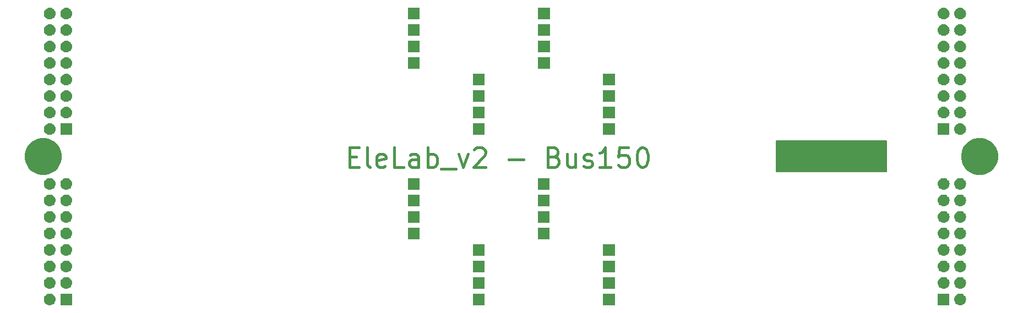
<source format=gts>
G04 #@! TF.GenerationSoftware,KiCad,Pcbnew,(5.0.2)-1*
G04 #@! TF.CreationDate,2019-08-28T19:48:54+02:00*
G04 #@! TF.ProjectId,EleLab_v2_Bus150,456c654c-6162-45f7-9632-5f4275733135,rev?*
G04 #@! TF.SameCoordinates,Original*
G04 #@! TF.FileFunction,Soldermask,Top*
G04 #@! TF.FilePolarity,Negative*
%FSLAX46Y46*%
G04 Gerber Fmt 4.6, Leading zero omitted, Abs format (unit mm)*
G04 Created by KiCad (PCBNEW (5.0.2)-1) date 28/08/2019 19:48:54*
%MOMM*%
%LPD*%
G01*
G04 APERTURE LIST*
%ADD10C,0.400000*%
%ADD11C,0.150000*%
%ADD12C,0.100000*%
G04 APERTURE END LIST*
D10*
X150142857Y-105055714D02*
X151142857Y-105055714D01*
X151571428Y-106627142D02*
X150142857Y-106627142D01*
X150142857Y-103627142D01*
X151571428Y-103627142D01*
X153285714Y-106627142D02*
X153000000Y-106484285D01*
X152857142Y-106198571D01*
X152857142Y-103627142D01*
X155571428Y-106484285D02*
X155285714Y-106627142D01*
X154714285Y-106627142D01*
X154428571Y-106484285D01*
X154285714Y-106198571D01*
X154285714Y-105055714D01*
X154428571Y-104770000D01*
X154714285Y-104627142D01*
X155285714Y-104627142D01*
X155571428Y-104770000D01*
X155714285Y-105055714D01*
X155714285Y-105341428D01*
X154285714Y-105627142D01*
X158428571Y-106627142D02*
X157000000Y-106627142D01*
X157000000Y-103627142D01*
X160714285Y-106627142D02*
X160714285Y-105055714D01*
X160571428Y-104770000D01*
X160285714Y-104627142D01*
X159714285Y-104627142D01*
X159428571Y-104770000D01*
X160714285Y-106484285D02*
X160428571Y-106627142D01*
X159714285Y-106627142D01*
X159428571Y-106484285D01*
X159285714Y-106198571D01*
X159285714Y-105912857D01*
X159428571Y-105627142D01*
X159714285Y-105484285D01*
X160428571Y-105484285D01*
X160714285Y-105341428D01*
X162142857Y-106627142D02*
X162142857Y-103627142D01*
X162142857Y-104770000D02*
X162428571Y-104627142D01*
X163000000Y-104627142D01*
X163285714Y-104770000D01*
X163428571Y-104912857D01*
X163571428Y-105198571D01*
X163571428Y-106055714D01*
X163428571Y-106341428D01*
X163285714Y-106484285D01*
X163000000Y-106627142D01*
X162428571Y-106627142D01*
X162142857Y-106484285D01*
X164142857Y-106912857D02*
X166428571Y-106912857D01*
X166857142Y-104627142D02*
X167571428Y-106627142D01*
X168285714Y-104627142D01*
X169285714Y-103912857D02*
X169428571Y-103770000D01*
X169714285Y-103627142D01*
X170428571Y-103627142D01*
X170714285Y-103770000D01*
X170857142Y-103912857D01*
X171000000Y-104198571D01*
X171000000Y-104484285D01*
X170857142Y-104912857D01*
X169142857Y-106627142D01*
X171000000Y-106627142D01*
X174571428Y-105484285D02*
X176857142Y-105484285D01*
X181571428Y-105055714D02*
X182000000Y-105198571D01*
X182142857Y-105341428D01*
X182285714Y-105627142D01*
X182285714Y-106055714D01*
X182142857Y-106341428D01*
X182000000Y-106484285D01*
X181714285Y-106627142D01*
X180571428Y-106627142D01*
X180571428Y-103627142D01*
X181571428Y-103627142D01*
X181857142Y-103770000D01*
X182000000Y-103912857D01*
X182142857Y-104198571D01*
X182142857Y-104484285D01*
X182000000Y-104770000D01*
X181857142Y-104912857D01*
X181571428Y-105055714D01*
X180571428Y-105055714D01*
X184857142Y-104627142D02*
X184857142Y-106627142D01*
X183571428Y-104627142D02*
X183571428Y-106198571D01*
X183714285Y-106484285D01*
X184000000Y-106627142D01*
X184428571Y-106627142D01*
X184714285Y-106484285D01*
X184857142Y-106341428D01*
X186142857Y-106484285D02*
X186428571Y-106627142D01*
X187000000Y-106627142D01*
X187285714Y-106484285D01*
X187428571Y-106198571D01*
X187428571Y-106055714D01*
X187285714Y-105770000D01*
X187000000Y-105627142D01*
X186571428Y-105627142D01*
X186285714Y-105484285D01*
X186142857Y-105198571D01*
X186142857Y-105055714D01*
X186285714Y-104770000D01*
X186571428Y-104627142D01*
X187000000Y-104627142D01*
X187285714Y-104770000D01*
X190285714Y-106627142D02*
X188571428Y-106627142D01*
X189428571Y-106627142D02*
X189428571Y-103627142D01*
X189142857Y-104055714D01*
X188857142Y-104341428D01*
X188571428Y-104484285D01*
X193000000Y-103627142D02*
X191571428Y-103627142D01*
X191428571Y-105055714D01*
X191571428Y-104912857D01*
X191857142Y-104770000D01*
X192571428Y-104770000D01*
X192857142Y-104912857D01*
X193000000Y-105055714D01*
X193142857Y-105341428D01*
X193142857Y-106055714D01*
X193000000Y-106341428D01*
X192857142Y-106484285D01*
X192571428Y-106627142D01*
X191857142Y-106627142D01*
X191571428Y-106484285D01*
X191428571Y-106341428D01*
X195000000Y-103627142D02*
X195285714Y-103627142D01*
X195571428Y-103770000D01*
X195714285Y-103912857D01*
X195857142Y-104198571D01*
X196000000Y-104770000D01*
X196000000Y-105484285D01*
X195857142Y-106055714D01*
X195714285Y-106341428D01*
X195571428Y-106484285D01*
X195285714Y-106627142D01*
X195000000Y-106627142D01*
X194714285Y-106484285D01*
X194571428Y-106341428D01*
X194428571Y-106055714D01*
X194285714Y-105484285D01*
X194285714Y-104770000D01*
X194428571Y-104198571D01*
X194571428Y-103912857D01*
X194714285Y-103770000D01*
X195000000Y-103627142D01*
D11*
G04 #@! TO.C,LO_1*
G36*
X232677200Y-102611600D02*
X215710000Y-102611600D01*
X215710000Y-107336000D01*
X232677200Y-107336000D01*
X232677200Y-102611600D01*
G37*
X232677200Y-102611600D02*
X215710000Y-102611600D01*
X215710000Y-107336000D01*
X232677200Y-107336000D01*
X232677200Y-102611600D01*
D12*
G36*
X190901000Y-127901000D02*
X189099000Y-127901000D01*
X189099000Y-126099000D01*
X190901000Y-126099000D01*
X190901000Y-127901000D01*
X190901000Y-127901000D01*
G37*
G36*
X242361000Y-127901000D02*
X240559000Y-127901000D01*
X240559000Y-126099000D01*
X242361000Y-126099000D01*
X242361000Y-127901000D01*
X242361000Y-127901000D01*
G37*
G36*
X244110443Y-126105519D02*
X244176627Y-126112037D01*
X244289853Y-126146384D01*
X244346467Y-126163557D01*
X244485087Y-126237652D01*
X244502991Y-126247222D01*
X244538729Y-126276552D01*
X244640186Y-126359814D01*
X244723448Y-126461271D01*
X244752778Y-126497009D01*
X244752779Y-126497011D01*
X244836443Y-126653533D01*
X244836443Y-126653534D01*
X244887963Y-126823373D01*
X244905359Y-127000000D01*
X244887963Y-127176627D01*
X244853616Y-127289853D01*
X244836443Y-127346467D01*
X244762348Y-127485087D01*
X244752778Y-127502991D01*
X244723448Y-127538729D01*
X244640186Y-127640186D01*
X244538729Y-127723448D01*
X244502991Y-127752778D01*
X244502989Y-127752779D01*
X244346467Y-127836443D01*
X244289853Y-127853616D01*
X244176627Y-127887963D01*
X244110442Y-127894482D01*
X244044260Y-127901000D01*
X243955740Y-127901000D01*
X243889558Y-127894482D01*
X243823373Y-127887963D01*
X243710147Y-127853616D01*
X243653533Y-127836443D01*
X243497011Y-127752779D01*
X243497009Y-127752778D01*
X243461271Y-127723448D01*
X243359814Y-127640186D01*
X243276552Y-127538729D01*
X243247222Y-127502991D01*
X243237652Y-127485087D01*
X243163557Y-127346467D01*
X243146384Y-127289853D01*
X243112037Y-127176627D01*
X243094641Y-127000000D01*
X243112037Y-126823373D01*
X243163557Y-126653534D01*
X243163557Y-126653533D01*
X243247221Y-126497011D01*
X243247222Y-126497009D01*
X243276552Y-126461271D01*
X243359814Y-126359814D01*
X243461271Y-126276552D01*
X243497009Y-126247222D01*
X243514913Y-126237652D01*
X243653533Y-126163557D01*
X243710147Y-126146384D01*
X243823373Y-126112037D01*
X243889557Y-126105519D01*
X243955740Y-126099000D01*
X244044260Y-126099000D01*
X244110443Y-126105519D01*
X244110443Y-126105519D01*
G37*
G36*
X104110443Y-126105519D02*
X104176627Y-126112037D01*
X104289853Y-126146384D01*
X104346467Y-126163557D01*
X104485087Y-126237652D01*
X104502991Y-126247222D01*
X104538729Y-126276552D01*
X104640186Y-126359814D01*
X104723448Y-126461271D01*
X104752778Y-126497009D01*
X104752779Y-126497011D01*
X104836443Y-126653533D01*
X104836443Y-126653534D01*
X104887963Y-126823373D01*
X104905359Y-127000000D01*
X104887963Y-127176627D01*
X104853616Y-127289853D01*
X104836443Y-127346467D01*
X104762348Y-127485087D01*
X104752778Y-127502991D01*
X104723448Y-127538729D01*
X104640186Y-127640186D01*
X104538729Y-127723448D01*
X104502991Y-127752778D01*
X104502989Y-127752779D01*
X104346467Y-127836443D01*
X104289853Y-127853616D01*
X104176627Y-127887963D01*
X104110442Y-127894482D01*
X104044260Y-127901000D01*
X103955740Y-127901000D01*
X103889558Y-127894482D01*
X103823373Y-127887963D01*
X103710147Y-127853616D01*
X103653533Y-127836443D01*
X103497011Y-127752779D01*
X103497009Y-127752778D01*
X103461271Y-127723448D01*
X103359814Y-127640186D01*
X103276552Y-127538729D01*
X103247222Y-127502991D01*
X103237652Y-127485087D01*
X103163557Y-127346467D01*
X103146384Y-127289853D01*
X103112037Y-127176627D01*
X103094641Y-127000000D01*
X103112037Y-126823373D01*
X103163557Y-126653534D01*
X103163557Y-126653533D01*
X103247221Y-126497011D01*
X103247222Y-126497009D01*
X103276552Y-126461271D01*
X103359814Y-126359814D01*
X103461271Y-126276552D01*
X103497009Y-126247222D01*
X103514913Y-126237652D01*
X103653533Y-126163557D01*
X103710147Y-126146384D01*
X103823373Y-126112037D01*
X103889557Y-126105519D01*
X103955740Y-126099000D01*
X104044260Y-126099000D01*
X104110443Y-126105519D01*
X104110443Y-126105519D01*
G37*
G36*
X170901000Y-127901000D02*
X169099000Y-127901000D01*
X169099000Y-126099000D01*
X170901000Y-126099000D01*
X170901000Y-127901000D01*
X170901000Y-127901000D01*
G37*
G36*
X107441000Y-127901000D02*
X105639000Y-127901000D01*
X105639000Y-126099000D01*
X107441000Y-126099000D01*
X107441000Y-127901000D01*
X107441000Y-127901000D01*
G37*
G36*
X170901000Y-125361000D02*
X169099000Y-125361000D01*
X169099000Y-123559000D01*
X170901000Y-123559000D01*
X170901000Y-125361000D01*
X170901000Y-125361000D01*
G37*
G36*
X106650442Y-123565518D02*
X106716627Y-123572037D01*
X106829853Y-123606384D01*
X106886467Y-123623557D01*
X107025087Y-123697652D01*
X107042991Y-123707222D01*
X107078729Y-123736552D01*
X107180186Y-123819814D01*
X107263448Y-123921271D01*
X107292778Y-123957009D01*
X107292779Y-123957011D01*
X107376443Y-124113533D01*
X107376443Y-124113534D01*
X107427963Y-124283373D01*
X107445359Y-124460000D01*
X107427963Y-124636627D01*
X107393616Y-124749853D01*
X107376443Y-124806467D01*
X107302348Y-124945087D01*
X107292778Y-124962991D01*
X107263448Y-124998729D01*
X107180186Y-125100186D01*
X107078729Y-125183448D01*
X107042991Y-125212778D01*
X107042989Y-125212779D01*
X106886467Y-125296443D01*
X106829853Y-125313616D01*
X106716627Y-125347963D01*
X106650442Y-125354482D01*
X106584260Y-125361000D01*
X106495740Y-125361000D01*
X106429558Y-125354482D01*
X106363373Y-125347963D01*
X106250147Y-125313616D01*
X106193533Y-125296443D01*
X106037011Y-125212779D01*
X106037009Y-125212778D01*
X106001271Y-125183448D01*
X105899814Y-125100186D01*
X105816552Y-124998729D01*
X105787222Y-124962991D01*
X105777652Y-124945087D01*
X105703557Y-124806467D01*
X105686384Y-124749853D01*
X105652037Y-124636627D01*
X105634641Y-124460000D01*
X105652037Y-124283373D01*
X105703557Y-124113534D01*
X105703557Y-124113533D01*
X105787221Y-123957011D01*
X105787222Y-123957009D01*
X105816552Y-123921271D01*
X105899814Y-123819814D01*
X106001271Y-123736552D01*
X106037009Y-123707222D01*
X106054913Y-123697652D01*
X106193533Y-123623557D01*
X106250147Y-123606384D01*
X106363373Y-123572037D01*
X106429558Y-123565518D01*
X106495740Y-123559000D01*
X106584260Y-123559000D01*
X106650442Y-123565518D01*
X106650442Y-123565518D01*
G37*
G36*
X104110442Y-123565518D02*
X104176627Y-123572037D01*
X104289853Y-123606384D01*
X104346467Y-123623557D01*
X104485087Y-123697652D01*
X104502991Y-123707222D01*
X104538729Y-123736552D01*
X104640186Y-123819814D01*
X104723448Y-123921271D01*
X104752778Y-123957009D01*
X104752779Y-123957011D01*
X104836443Y-124113533D01*
X104836443Y-124113534D01*
X104887963Y-124283373D01*
X104905359Y-124460000D01*
X104887963Y-124636627D01*
X104853616Y-124749853D01*
X104836443Y-124806467D01*
X104762348Y-124945087D01*
X104752778Y-124962991D01*
X104723448Y-124998729D01*
X104640186Y-125100186D01*
X104538729Y-125183448D01*
X104502991Y-125212778D01*
X104502989Y-125212779D01*
X104346467Y-125296443D01*
X104289853Y-125313616D01*
X104176627Y-125347963D01*
X104110442Y-125354482D01*
X104044260Y-125361000D01*
X103955740Y-125361000D01*
X103889558Y-125354482D01*
X103823373Y-125347963D01*
X103710147Y-125313616D01*
X103653533Y-125296443D01*
X103497011Y-125212779D01*
X103497009Y-125212778D01*
X103461271Y-125183448D01*
X103359814Y-125100186D01*
X103276552Y-124998729D01*
X103247222Y-124962991D01*
X103237652Y-124945087D01*
X103163557Y-124806467D01*
X103146384Y-124749853D01*
X103112037Y-124636627D01*
X103094641Y-124460000D01*
X103112037Y-124283373D01*
X103163557Y-124113534D01*
X103163557Y-124113533D01*
X103247221Y-123957011D01*
X103247222Y-123957009D01*
X103276552Y-123921271D01*
X103359814Y-123819814D01*
X103461271Y-123736552D01*
X103497009Y-123707222D01*
X103514913Y-123697652D01*
X103653533Y-123623557D01*
X103710147Y-123606384D01*
X103823373Y-123572037D01*
X103889558Y-123565518D01*
X103955740Y-123559000D01*
X104044260Y-123559000D01*
X104110442Y-123565518D01*
X104110442Y-123565518D01*
G37*
G36*
X244110442Y-123565518D02*
X244176627Y-123572037D01*
X244289853Y-123606384D01*
X244346467Y-123623557D01*
X244485087Y-123697652D01*
X244502991Y-123707222D01*
X244538729Y-123736552D01*
X244640186Y-123819814D01*
X244723448Y-123921271D01*
X244752778Y-123957009D01*
X244752779Y-123957011D01*
X244836443Y-124113533D01*
X244836443Y-124113534D01*
X244887963Y-124283373D01*
X244905359Y-124460000D01*
X244887963Y-124636627D01*
X244853616Y-124749853D01*
X244836443Y-124806467D01*
X244762348Y-124945087D01*
X244752778Y-124962991D01*
X244723448Y-124998729D01*
X244640186Y-125100186D01*
X244538729Y-125183448D01*
X244502991Y-125212778D01*
X244502989Y-125212779D01*
X244346467Y-125296443D01*
X244289853Y-125313616D01*
X244176627Y-125347963D01*
X244110442Y-125354482D01*
X244044260Y-125361000D01*
X243955740Y-125361000D01*
X243889558Y-125354482D01*
X243823373Y-125347963D01*
X243710147Y-125313616D01*
X243653533Y-125296443D01*
X243497011Y-125212779D01*
X243497009Y-125212778D01*
X243461271Y-125183448D01*
X243359814Y-125100186D01*
X243276552Y-124998729D01*
X243247222Y-124962991D01*
X243237652Y-124945087D01*
X243163557Y-124806467D01*
X243146384Y-124749853D01*
X243112037Y-124636627D01*
X243094641Y-124460000D01*
X243112037Y-124283373D01*
X243163557Y-124113534D01*
X243163557Y-124113533D01*
X243247221Y-123957011D01*
X243247222Y-123957009D01*
X243276552Y-123921271D01*
X243359814Y-123819814D01*
X243461271Y-123736552D01*
X243497009Y-123707222D01*
X243514913Y-123697652D01*
X243653533Y-123623557D01*
X243710147Y-123606384D01*
X243823373Y-123572037D01*
X243889558Y-123565518D01*
X243955740Y-123559000D01*
X244044260Y-123559000D01*
X244110442Y-123565518D01*
X244110442Y-123565518D01*
G37*
G36*
X241570442Y-123565518D02*
X241636627Y-123572037D01*
X241749853Y-123606384D01*
X241806467Y-123623557D01*
X241945087Y-123697652D01*
X241962991Y-123707222D01*
X241998729Y-123736552D01*
X242100186Y-123819814D01*
X242183448Y-123921271D01*
X242212778Y-123957009D01*
X242212779Y-123957011D01*
X242296443Y-124113533D01*
X242296443Y-124113534D01*
X242347963Y-124283373D01*
X242365359Y-124460000D01*
X242347963Y-124636627D01*
X242313616Y-124749853D01*
X242296443Y-124806467D01*
X242222348Y-124945087D01*
X242212778Y-124962991D01*
X242183448Y-124998729D01*
X242100186Y-125100186D01*
X241998729Y-125183448D01*
X241962991Y-125212778D01*
X241962989Y-125212779D01*
X241806467Y-125296443D01*
X241749853Y-125313616D01*
X241636627Y-125347963D01*
X241570442Y-125354482D01*
X241504260Y-125361000D01*
X241415740Y-125361000D01*
X241349558Y-125354482D01*
X241283373Y-125347963D01*
X241170147Y-125313616D01*
X241113533Y-125296443D01*
X240957011Y-125212779D01*
X240957009Y-125212778D01*
X240921271Y-125183448D01*
X240819814Y-125100186D01*
X240736552Y-124998729D01*
X240707222Y-124962991D01*
X240697652Y-124945087D01*
X240623557Y-124806467D01*
X240606384Y-124749853D01*
X240572037Y-124636627D01*
X240554641Y-124460000D01*
X240572037Y-124283373D01*
X240623557Y-124113534D01*
X240623557Y-124113533D01*
X240707221Y-123957011D01*
X240707222Y-123957009D01*
X240736552Y-123921271D01*
X240819814Y-123819814D01*
X240921271Y-123736552D01*
X240957009Y-123707222D01*
X240974913Y-123697652D01*
X241113533Y-123623557D01*
X241170147Y-123606384D01*
X241283373Y-123572037D01*
X241349558Y-123565518D01*
X241415740Y-123559000D01*
X241504260Y-123559000D01*
X241570442Y-123565518D01*
X241570442Y-123565518D01*
G37*
G36*
X190901000Y-125361000D02*
X189099000Y-125361000D01*
X189099000Y-123559000D01*
X190901000Y-123559000D01*
X190901000Y-125361000D01*
X190901000Y-125361000D01*
G37*
G36*
X244110442Y-121025518D02*
X244176627Y-121032037D01*
X244289853Y-121066384D01*
X244346467Y-121083557D01*
X244485087Y-121157652D01*
X244502991Y-121167222D01*
X244538729Y-121196552D01*
X244640186Y-121279814D01*
X244723448Y-121381271D01*
X244752778Y-121417009D01*
X244752779Y-121417011D01*
X244836443Y-121573533D01*
X244836443Y-121573534D01*
X244887963Y-121743373D01*
X244905359Y-121920000D01*
X244887963Y-122096627D01*
X244853616Y-122209853D01*
X244836443Y-122266467D01*
X244762348Y-122405087D01*
X244752778Y-122422991D01*
X244723448Y-122458729D01*
X244640186Y-122560186D01*
X244538729Y-122643448D01*
X244502991Y-122672778D01*
X244502989Y-122672779D01*
X244346467Y-122756443D01*
X244289853Y-122773616D01*
X244176627Y-122807963D01*
X244110443Y-122814481D01*
X244044260Y-122821000D01*
X243955740Y-122821000D01*
X243889557Y-122814481D01*
X243823373Y-122807963D01*
X243710147Y-122773616D01*
X243653533Y-122756443D01*
X243497011Y-122672779D01*
X243497009Y-122672778D01*
X243461271Y-122643448D01*
X243359814Y-122560186D01*
X243276552Y-122458729D01*
X243247222Y-122422991D01*
X243237652Y-122405087D01*
X243163557Y-122266467D01*
X243146384Y-122209853D01*
X243112037Y-122096627D01*
X243094641Y-121920000D01*
X243112037Y-121743373D01*
X243163557Y-121573534D01*
X243163557Y-121573533D01*
X243247221Y-121417011D01*
X243247222Y-121417009D01*
X243276552Y-121381271D01*
X243359814Y-121279814D01*
X243461271Y-121196552D01*
X243497009Y-121167222D01*
X243514913Y-121157652D01*
X243653533Y-121083557D01*
X243710147Y-121066384D01*
X243823373Y-121032037D01*
X243889558Y-121025518D01*
X243955740Y-121019000D01*
X244044260Y-121019000D01*
X244110442Y-121025518D01*
X244110442Y-121025518D01*
G37*
G36*
X190901000Y-122821000D02*
X189099000Y-122821000D01*
X189099000Y-121019000D01*
X190901000Y-121019000D01*
X190901000Y-122821000D01*
X190901000Y-122821000D01*
G37*
G36*
X241570442Y-121025518D02*
X241636627Y-121032037D01*
X241749853Y-121066384D01*
X241806467Y-121083557D01*
X241945087Y-121157652D01*
X241962991Y-121167222D01*
X241998729Y-121196552D01*
X242100186Y-121279814D01*
X242183448Y-121381271D01*
X242212778Y-121417009D01*
X242212779Y-121417011D01*
X242296443Y-121573533D01*
X242296443Y-121573534D01*
X242347963Y-121743373D01*
X242365359Y-121920000D01*
X242347963Y-122096627D01*
X242313616Y-122209853D01*
X242296443Y-122266467D01*
X242222348Y-122405087D01*
X242212778Y-122422991D01*
X242183448Y-122458729D01*
X242100186Y-122560186D01*
X241998729Y-122643448D01*
X241962991Y-122672778D01*
X241962989Y-122672779D01*
X241806467Y-122756443D01*
X241749853Y-122773616D01*
X241636627Y-122807963D01*
X241570443Y-122814481D01*
X241504260Y-122821000D01*
X241415740Y-122821000D01*
X241349557Y-122814481D01*
X241283373Y-122807963D01*
X241170147Y-122773616D01*
X241113533Y-122756443D01*
X240957011Y-122672779D01*
X240957009Y-122672778D01*
X240921271Y-122643448D01*
X240819814Y-122560186D01*
X240736552Y-122458729D01*
X240707222Y-122422991D01*
X240697652Y-122405087D01*
X240623557Y-122266467D01*
X240606384Y-122209853D01*
X240572037Y-122096627D01*
X240554641Y-121920000D01*
X240572037Y-121743373D01*
X240623557Y-121573534D01*
X240623557Y-121573533D01*
X240707221Y-121417011D01*
X240707222Y-121417009D01*
X240736552Y-121381271D01*
X240819814Y-121279814D01*
X240921271Y-121196552D01*
X240957009Y-121167222D01*
X240974913Y-121157652D01*
X241113533Y-121083557D01*
X241170147Y-121066384D01*
X241283373Y-121032037D01*
X241349558Y-121025518D01*
X241415740Y-121019000D01*
X241504260Y-121019000D01*
X241570442Y-121025518D01*
X241570442Y-121025518D01*
G37*
G36*
X106650442Y-121025518D02*
X106716627Y-121032037D01*
X106829853Y-121066384D01*
X106886467Y-121083557D01*
X107025087Y-121157652D01*
X107042991Y-121167222D01*
X107078729Y-121196552D01*
X107180186Y-121279814D01*
X107263448Y-121381271D01*
X107292778Y-121417009D01*
X107292779Y-121417011D01*
X107376443Y-121573533D01*
X107376443Y-121573534D01*
X107427963Y-121743373D01*
X107445359Y-121920000D01*
X107427963Y-122096627D01*
X107393616Y-122209853D01*
X107376443Y-122266467D01*
X107302348Y-122405087D01*
X107292778Y-122422991D01*
X107263448Y-122458729D01*
X107180186Y-122560186D01*
X107078729Y-122643448D01*
X107042991Y-122672778D01*
X107042989Y-122672779D01*
X106886467Y-122756443D01*
X106829853Y-122773616D01*
X106716627Y-122807963D01*
X106650443Y-122814481D01*
X106584260Y-122821000D01*
X106495740Y-122821000D01*
X106429557Y-122814481D01*
X106363373Y-122807963D01*
X106250147Y-122773616D01*
X106193533Y-122756443D01*
X106037011Y-122672779D01*
X106037009Y-122672778D01*
X106001271Y-122643448D01*
X105899814Y-122560186D01*
X105816552Y-122458729D01*
X105787222Y-122422991D01*
X105777652Y-122405087D01*
X105703557Y-122266467D01*
X105686384Y-122209853D01*
X105652037Y-122096627D01*
X105634641Y-121920000D01*
X105652037Y-121743373D01*
X105703557Y-121573534D01*
X105703557Y-121573533D01*
X105787221Y-121417011D01*
X105787222Y-121417009D01*
X105816552Y-121381271D01*
X105899814Y-121279814D01*
X106001271Y-121196552D01*
X106037009Y-121167222D01*
X106054913Y-121157652D01*
X106193533Y-121083557D01*
X106250147Y-121066384D01*
X106363373Y-121032037D01*
X106429558Y-121025518D01*
X106495740Y-121019000D01*
X106584260Y-121019000D01*
X106650442Y-121025518D01*
X106650442Y-121025518D01*
G37*
G36*
X104110442Y-121025518D02*
X104176627Y-121032037D01*
X104289853Y-121066384D01*
X104346467Y-121083557D01*
X104485087Y-121157652D01*
X104502991Y-121167222D01*
X104538729Y-121196552D01*
X104640186Y-121279814D01*
X104723448Y-121381271D01*
X104752778Y-121417009D01*
X104752779Y-121417011D01*
X104836443Y-121573533D01*
X104836443Y-121573534D01*
X104887963Y-121743373D01*
X104905359Y-121920000D01*
X104887963Y-122096627D01*
X104853616Y-122209853D01*
X104836443Y-122266467D01*
X104762348Y-122405087D01*
X104752778Y-122422991D01*
X104723448Y-122458729D01*
X104640186Y-122560186D01*
X104538729Y-122643448D01*
X104502991Y-122672778D01*
X104502989Y-122672779D01*
X104346467Y-122756443D01*
X104289853Y-122773616D01*
X104176627Y-122807963D01*
X104110443Y-122814481D01*
X104044260Y-122821000D01*
X103955740Y-122821000D01*
X103889557Y-122814481D01*
X103823373Y-122807963D01*
X103710147Y-122773616D01*
X103653533Y-122756443D01*
X103497011Y-122672779D01*
X103497009Y-122672778D01*
X103461271Y-122643448D01*
X103359814Y-122560186D01*
X103276552Y-122458729D01*
X103247222Y-122422991D01*
X103237652Y-122405087D01*
X103163557Y-122266467D01*
X103146384Y-122209853D01*
X103112037Y-122096627D01*
X103094641Y-121920000D01*
X103112037Y-121743373D01*
X103163557Y-121573534D01*
X103163557Y-121573533D01*
X103247221Y-121417011D01*
X103247222Y-121417009D01*
X103276552Y-121381271D01*
X103359814Y-121279814D01*
X103461271Y-121196552D01*
X103497009Y-121167222D01*
X103514913Y-121157652D01*
X103653533Y-121083557D01*
X103710147Y-121066384D01*
X103823373Y-121032037D01*
X103889558Y-121025518D01*
X103955740Y-121019000D01*
X104044260Y-121019000D01*
X104110442Y-121025518D01*
X104110442Y-121025518D01*
G37*
G36*
X170901000Y-122821000D02*
X169099000Y-122821000D01*
X169099000Y-121019000D01*
X170901000Y-121019000D01*
X170901000Y-122821000D01*
X170901000Y-122821000D01*
G37*
G36*
X170901000Y-120281000D02*
X169099000Y-120281000D01*
X169099000Y-118479000D01*
X170901000Y-118479000D01*
X170901000Y-120281000D01*
X170901000Y-120281000D01*
G37*
G36*
X106650442Y-118485518D02*
X106716627Y-118492037D01*
X106829853Y-118526384D01*
X106886467Y-118543557D01*
X107025087Y-118617652D01*
X107042991Y-118627222D01*
X107078729Y-118656552D01*
X107180186Y-118739814D01*
X107263448Y-118841271D01*
X107292778Y-118877009D01*
X107292779Y-118877011D01*
X107376443Y-119033533D01*
X107376443Y-119033534D01*
X107427963Y-119203373D01*
X107445359Y-119380000D01*
X107427963Y-119556627D01*
X107393616Y-119669853D01*
X107376443Y-119726467D01*
X107302348Y-119865087D01*
X107292778Y-119882991D01*
X107263448Y-119918729D01*
X107180186Y-120020186D01*
X107078729Y-120103448D01*
X107042991Y-120132778D01*
X107042989Y-120132779D01*
X106886467Y-120216443D01*
X106829853Y-120233616D01*
X106716627Y-120267963D01*
X106650442Y-120274482D01*
X106584260Y-120281000D01*
X106495740Y-120281000D01*
X106429558Y-120274482D01*
X106363373Y-120267963D01*
X106250147Y-120233616D01*
X106193533Y-120216443D01*
X106037011Y-120132779D01*
X106037009Y-120132778D01*
X106001271Y-120103448D01*
X105899814Y-120020186D01*
X105816552Y-119918729D01*
X105787222Y-119882991D01*
X105777652Y-119865087D01*
X105703557Y-119726467D01*
X105686384Y-119669853D01*
X105652037Y-119556627D01*
X105634641Y-119380000D01*
X105652037Y-119203373D01*
X105703557Y-119033534D01*
X105703557Y-119033533D01*
X105787221Y-118877011D01*
X105787222Y-118877009D01*
X105816552Y-118841271D01*
X105899814Y-118739814D01*
X106001271Y-118656552D01*
X106037009Y-118627222D01*
X106054913Y-118617652D01*
X106193533Y-118543557D01*
X106250147Y-118526384D01*
X106363373Y-118492037D01*
X106429558Y-118485518D01*
X106495740Y-118479000D01*
X106584260Y-118479000D01*
X106650442Y-118485518D01*
X106650442Y-118485518D01*
G37*
G36*
X104110442Y-118485518D02*
X104176627Y-118492037D01*
X104289853Y-118526384D01*
X104346467Y-118543557D01*
X104485087Y-118617652D01*
X104502991Y-118627222D01*
X104538729Y-118656552D01*
X104640186Y-118739814D01*
X104723448Y-118841271D01*
X104752778Y-118877009D01*
X104752779Y-118877011D01*
X104836443Y-119033533D01*
X104836443Y-119033534D01*
X104887963Y-119203373D01*
X104905359Y-119380000D01*
X104887963Y-119556627D01*
X104853616Y-119669853D01*
X104836443Y-119726467D01*
X104762348Y-119865087D01*
X104752778Y-119882991D01*
X104723448Y-119918729D01*
X104640186Y-120020186D01*
X104538729Y-120103448D01*
X104502991Y-120132778D01*
X104502989Y-120132779D01*
X104346467Y-120216443D01*
X104289853Y-120233616D01*
X104176627Y-120267963D01*
X104110442Y-120274482D01*
X104044260Y-120281000D01*
X103955740Y-120281000D01*
X103889558Y-120274482D01*
X103823373Y-120267963D01*
X103710147Y-120233616D01*
X103653533Y-120216443D01*
X103497011Y-120132779D01*
X103497009Y-120132778D01*
X103461271Y-120103448D01*
X103359814Y-120020186D01*
X103276552Y-119918729D01*
X103247222Y-119882991D01*
X103237652Y-119865087D01*
X103163557Y-119726467D01*
X103146384Y-119669853D01*
X103112037Y-119556627D01*
X103094641Y-119380000D01*
X103112037Y-119203373D01*
X103163557Y-119033534D01*
X103163557Y-119033533D01*
X103247221Y-118877011D01*
X103247222Y-118877009D01*
X103276552Y-118841271D01*
X103359814Y-118739814D01*
X103461271Y-118656552D01*
X103497009Y-118627222D01*
X103514913Y-118617652D01*
X103653533Y-118543557D01*
X103710147Y-118526384D01*
X103823373Y-118492037D01*
X103889558Y-118485518D01*
X103955740Y-118479000D01*
X104044260Y-118479000D01*
X104110442Y-118485518D01*
X104110442Y-118485518D01*
G37*
G36*
X244110442Y-118485518D02*
X244176627Y-118492037D01*
X244289853Y-118526384D01*
X244346467Y-118543557D01*
X244485087Y-118617652D01*
X244502991Y-118627222D01*
X244538729Y-118656552D01*
X244640186Y-118739814D01*
X244723448Y-118841271D01*
X244752778Y-118877009D01*
X244752779Y-118877011D01*
X244836443Y-119033533D01*
X244836443Y-119033534D01*
X244887963Y-119203373D01*
X244905359Y-119380000D01*
X244887963Y-119556627D01*
X244853616Y-119669853D01*
X244836443Y-119726467D01*
X244762348Y-119865087D01*
X244752778Y-119882991D01*
X244723448Y-119918729D01*
X244640186Y-120020186D01*
X244538729Y-120103448D01*
X244502991Y-120132778D01*
X244502989Y-120132779D01*
X244346467Y-120216443D01*
X244289853Y-120233616D01*
X244176627Y-120267963D01*
X244110442Y-120274482D01*
X244044260Y-120281000D01*
X243955740Y-120281000D01*
X243889558Y-120274482D01*
X243823373Y-120267963D01*
X243710147Y-120233616D01*
X243653533Y-120216443D01*
X243497011Y-120132779D01*
X243497009Y-120132778D01*
X243461271Y-120103448D01*
X243359814Y-120020186D01*
X243276552Y-119918729D01*
X243247222Y-119882991D01*
X243237652Y-119865087D01*
X243163557Y-119726467D01*
X243146384Y-119669853D01*
X243112037Y-119556627D01*
X243094641Y-119380000D01*
X243112037Y-119203373D01*
X243163557Y-119033534D01*
X243163557Y-119033533D01*
X243247221Y-118877011D01*
X243247222Y-118877009D01*
X243276552Y-118841271D01*
X243359814Y-118739814D01*
X243461271Y-118656552D01*
X243497009Y-118627222D01*
X243514913Y-118617652D01*
X243653533Y-118543557D01*
X243710147Y-118526384D01*
X243823373Y-118492037D01*
X243889558Y-118485518D01*
X243955740Y-118479000D01*
X244044260Y-118479000D01*
X244110442Y-118485518D01*
X244110442Y-118485518D01*
G37*
G36*
X241570442Y-118485518D02*
X241636627Y-118492037D01*
X241749853Y-118526384D01*
X241806467Y-118543557D01*
X241945087Y-118617652D01*
X241962991Y-118627222D01*
X241998729Y-118656552D01*
X242100186Y-118739814D01*
X242183448Y-118841271D01*
X242212778Y-118877009D01*
X242212779Y-118877011D01*
X242296443Y-119033533D01*
X242296443Y-119033534D01*
X242347963Y-119203373D01*
X242365359Y-119380000D01*
X242347963Y-119556627D01*
X242313616Y-119669853D01*
X242296443Y-119726467D01*
X242222348Y-119865087D01*
X242212778Y-119882991D01*
X242183448Y-119918729D01*
X242100186Y-120020186D01*
X241998729Y-120103448D01*
X241962991Y-120132778D01*
X241962989Y-120132779D01*
X241806467Y-120216443D01*
X241749853Y-120233616D01*
X241636627Y-120267963D01*
X241570442Y-120274482D01*
X241504260Y-120281000D01*
X241415740Y-120281000D01*
X241349558Y-120274482D01*
X241283373Y-120267963D01*
X241170147Y-120233616D01*
X241113533Y-120216443D01*
X240957011Y-120132779D01*
X240957009Y-120132778D01*
X240921271Y-120103448D01*
X240819814Y-120020186D01*
X240736552Y-119918729D01*
X240707222Y-119882991D01*
X240697652Y-119865087D01*
X240623557Y-119726467D01*
X240606384Y-119669853D01*
X240572037Y-119556627D01*
X240554641Y-119380000D01*
X240572037Y-119203373D01*
X240623557Y-119033534D01*
X240623557Y-119033533D01*
X240707221Y-118877011D01*
X240707222Y-118877009D01*
X240736552Y-118841271D01*
X240819814Y-118739814D01*
X240921271Y-118656552D01*
X240957009Y-118627222D01*
X240974913Y-118617652D01*
X241113533Y-118543557D01*
X241170147Y-118526384D01*
X241283373Y-118492037D01*
X241349558Y-118485518D01*
X241415740Y-118479000D01*
X241504260Y-118479000D01*
X241570442Y-118485518D01*
X241570442Y-118485518D01*
G37*
G36*
X190901000Y-120281000D02*
X189099000Y-120281000D01*
X189099000Y-118479000D01*
X190901000Y-118479000D01*
X190901000Y-120281000D01*
X190901000Y-120281000D01*
G37*
G36*
X180841000Y-117741000D02*
X179039000Y-117741000D01*
X179039000Y-115939000D01*
X180841000Y-115939000D01*
X180841000Y-117741000D01*
X180841000Y-117741000D01*
G37*
G36*
X244110442Y-115945518D02*
X244176627Y-115952037D01*
X244289853Y-115986384D01*
X244346467Y-116003557D01*
X244485087Y-116077652D01*
X244502991Y-116087222D01*
X244538729Y-116116552D01*
X244640186Y-116199814D01*
X244723448Y-116301271D01*
X244752778Y-116337009D01*
X244752779Y-116337011D01*
X244836443Y-116493533D01*
X244836443Y-116493534D01*
X244887963Y-116663373D01*
X244905359Y-116840000D01*
X244887963Y-117016627D01*
X244853616Y-117129853D01*
X244836443Y-117186467D01*
X244762348Y-117325087D01*
X244752778Y-117342991D01*
X244723448Y-117378729D01*
X244640186Y-117480186D01*
X244538729Y-117563448D01*
X244502991Y-117592778D01*
X244502989Y-117592779D01*
X244346467Y-117676443D01*
X244289853Y-117693616D01*
X244176627Y-117727963D01*
X244110442Y-117734482D01*
X244044260Y-117741000D01*
X243955740Y-117741000D01*
X243889558Y-117734482D01*
X243823373Y-117727963D01*
X243710147Y-117693616D01*
X243653533Y-117676443D01*
X243497011Y-117592779D01*
X243497009Y-117592778D01*
X243461271Y-117563448D01*
X243359814Y-117480186D01*
X243276552Y-117378729D01*
X243247222Y-117342991D01*
X243237652Y-117325087D01*
X243163557Y-117186467D01*
X243146384Y-117129853D01*
X243112037Y-117016627D01*
X243094641Y-116840000D01*
X243112037Y-116663373D01*
X243163557Y-116493534D01*
X243163557Y-116493533D01*
X243247221Y-116337011D01*
X243247222Y-116337009D01*
X243276552Y-116301271D01*
X243359814Y-116199814D01*
X243461271Y-116116552D01*
X243497009Y-116087222D01*
X243514913Y-116077652D01*
X243653533Y-116003557D01*
X243710147Y-115986384D01*
X243823373Y-115952037D01*
X243889558Y-115945518D01*
X243955740Y-115939000D01*
X244044260Y-115939000D01*
X244110442Y-115945518D01*
X244110442Y-115945518D01*
G37*
G36*
X160901000Y-117741000D02*
X159099000Y-117741000D01*
X159099000Y-115939000D01*
X160901000Y-115939000D01*
X160901000Y-117741000D01*
X160901000Y-117741000D01*
G37*
G36*
X106650442Y-115945518D02*
X106716627Y-115952037D01*
X106829853Y-115986384D01*
X106886467Y-116003557D01*
X107025087Y-116077652D01*
X107042991Y-116087222D01*
X107078729Y-116116552D01*
X107180186Y-116199814D01*
X107263448Y-116301271D01*
X107292778Y-116337009D01*
X107292779Y-116337011D01*
X107376443Y-116493533D01*
X107376443Y-116493534D01*
X107427963Y-116663373D01*
X107445359Y-116840000D01*
X107427963Y-117016627D01*
X107393616Y-117129853D01*
X107376443Y-117186467D01*
X107302348Y-117325087D01*
X107292778Y-117342991D01*
X107263448Y-117378729D01*
X107180186Y-117480186D01*
X107078729Y-117563448D01*
X107042991Y-117592778D01*
X107042989Y-117592779D01*
X106886467Y-117676443D01*
X106829853Y-117693616D01*
X106716627Y-117727963D01*
X106650442Y-117734482D01*
X106584260Y-117741000D01*
X106495740Y-117741000D01*
X106429558Y-117734482D01*
X106363373Y-117727963D01*
X106250147Y-117693616D01*
X106193533Y-117676443D01*
X106037011Y-117592779D01*
X106037009Y-117592778D01*
X106001271Y-117563448D01*
X105899814Y-117480186D01*
X105816552Y-117378729D01*
X105787222Y-117342991D01*
X105777652Y-117325087D01*
X105703557Y-117186467D01*
X105686384Y-117129853D01*
X105652037Y-117016627D01*
X105634641Y-116840000D01*
X105652037Y-116663373D01*
X105703557Y-116493534D01*
X105703557Y-116493533D01*
X105787221Y-116337011D01*
X105787222Y-116337009D01*
X105816552Y-116301271D01*
X105899814Y-116199814D01*
X106001271Y-116116552D01*
X106037009Y-116087222D01*
X106054913Y-116077652D01*
X106193533Y-116003557D01*
X106250147Y-115986384D01*
X106363373Y-115952037D01*
X106429558Y-115945518D01*
X106495740Y-115939000D01*
X106584260Y-115939000D01*
X106650442Y-115945518D01*
X106650442Y-115945518D01*
G37*
G36*
X241570442Y-115945518D02*
X241636627Y-115952037D01*
X241749853Y-115986384D01*
X241806467Y-116003557D01*
X241945087Y-116077652D01*
X241962991Y-116087222D01*
X241998729Y-116116552D01*
X242100186Y-116199814D01*
X242183448Y-116301271D01*
X242212778Y-116337009D01*
X242212779Y-116337011D01*
X242296443Y-116493533D01*
X242296443Y-116493534D01*
X242347963Y-116663373D01*
X242365359Y-116840000D01*
X242347963Y-117016627D01*
X242313616Y-117129853D01*
X242296443Y-117186467D01*
X242222348Y-117325087D01*
X242212778Y-117342991D01*
X242183448Y-117378729D01*
X242100186Y-117480186D01*
X241998729Y-117563448D01*
X241962991Y-117592778D01*
X241962989Y-117592779D01*
X241806467Y-117676443D01*
X241749853Y-117693616D01*
X241636627Y-117727963D01*
X241570442Y-117734482D01*
X241504260Y-117741000D01*
X241415740Y-117741000D01*
X241349558Y-117734482D01*
X241283373Y-117727963D01*
X241170147Y-117693616D01*
X241113533Y-117676443D01*
X240957011Y-117592779D01*
X240957009Y-117592778D01*
X240921271Y-117563448D01*
X240819814Y-117480186D01*
X240736552Y-117378729D01*
X240707222Y-117342991D01*
X240697652Y-117325087D01*
X240623557Y-117186467D01*
X240606384Y-117129853D01*
X240572037Y-117016627D01*
X240554641Y-116840000D01*
X240572037Y-116663373D01*
X240623557Y-116493534D01*
X240623557Y-116493533D01*
X240707221Y-116337011D01*
X240707222Y-116337009D01*
X240736552Y-116301271D01*
X240819814Y-116199814D01*
X240921271Y-116116552D01*
X240957009Y-116087222D01*
X240974913Y-116077652D01*
X241113533Y-116003557D01*
X241170147Y-115986384D01*
X241283373Y-115952037D01*
X241349558Y-115945518D01*
X241415740Y-115939000D01*
X241504260Y-115939000D01*
X241570442Y-115945518D01*
X241570442Y-115945518D01*
G37*
G36*
X104110442Y-115945518D02*
X104176627Y-115952037D01*
X104289853Y-115986384D01*
X104346467Y-116003557D01*
X104485087Y-116077652D01*
X104502991Y-116087222D01*
X104538729Y-116116552D01*
X104640186Y-116199814D01*
X104723448Y-116301271D01*
X104752778Y-116337009D01*
X104752779Y-116337011D01*
X104836443Y-116493533D01*
X104836443Y-116493534D01*
X104887963Y-116663373D01*
X104905359Y-116840000D01*
X104887963Y-117016627D01*
X104853616Y-117129853D01*
X104836443Y-117186467D01*
X104762348Y-117325087D01*
X104752778Y-117342991D01*
X104723448Y-117378729D01*
X104640186Y-117480186D01*
X104538729Y-117563448D01*
X104502991Y-117592778D01*
X104502989Y-117592779D01*
X104346467Y-117676443D01*
X104289853Y-117693616D01*
X104176627Y-117727963D01*
X104110442Y-117734482D01*
X104044260Y-117741000D01*
X103955740Y-117741000D01*
X103889558Y-117734482D01*
X103823373Y-117727963D01*
X103710147Y-117693616D01*
X103653533Y-117676443D01*
X103497011Y-117592779D01*
X103497009Y-117592778D01*
X103461271Y-117563448D01*
X103359814Y-117480186D01*
X103276552Y-117378729D01*
X103247222Y-117342991D01*
X103237652Y-117325087D01*
X103163557Y-117186467D01*
X103146384Y-117129853D01*
X103112037Y-117016627D01*
X103094641Y-116840000D01*
X103112037Y-116663373D01*
X103163557Y-116493534D01*
X103163557Y-116493533D01*
X103247221Y-116337011D01*
X103247222Y-116337009D01*
X103276552Y-116301271D01*
X103359814Y-116199814D01*
X103461271Y-116116552D01*
X103497009Y-116087222D01*
X103514913Y-116077652D01*
X103653533Y-116003557D01*
X103710147Y-115986384D01*
X103823373Y-115952037D01*
X103889558Y-115945518D01*
X103955740Y-115939000D01*
X104044260Y-115939000D01*
X104110442Y-115945518D01*
X104110442Y-115945518D01*
G37*
G36*
X160901000Y-115201000D02*
X159099000Y-115201000D01*
X159099000Y-113399000D01*
X160901000Y-113399000D01*
X160901000Y-115201000D01*
X160901000Y-115201000D01*
G37*
G36*
X241570443Y-113405519D02*
X241636627Y-113412037D01*
X241749853Y-113446384D01*
X241806467Y-113463557D01*
X241945087Y-113537652D01*
X241962991Y-113547222D01*
X241998729Y-113576552D01*
X242100186Y-113659814D01*
X242183448Y-113761271D01*
X242212778Y-113797009D01*
X242212779Y-113797011D01*
X242296443Y-113953533D01*
X242296443Y-113953534D01*
X242347963Y-114123373D01*
X242365359Y-114300000D01*
X242347963Y-114476627D01*
X242313616Y-114589853D01*
X242296443Y-114646467D01*
X242222348Y-114785087D01*
X242212778Y-114802991D01*
X242183448Y-114838729D01*
X242100186Y-114940186D01*
X241998729Y-115023448D01*
X241962991Y-115052778D01*
X241962989Y-115052779D01*
X241806467Y-115136443D01*
X241749853Y-115153616D01*
X241636627Y-115187963D01*
X241570442Y-115194482D01*
X241504260Y-115201000D01*
X241415740Y-115201000D01*
X241349558Y-115194482D01*
X241283373Y-115187963D01*
X241170147Y-115153616D01*
X241113533Y-115136443D01*
X240957011Y-115052779D01*
X240957009Y-115052778D01*
X240921271Y-115023448D01*
X240819814Y-114940186D01*
X240736552Y-114838729D01*
X240707222Y-114802991D01*
X240697652Y-114785087D01*
X240623557Y-114646467D01*
X240606384Y-114589853D01*
X240572037Y-114476627D01*
X240554641Y-114300000D01*
X240572037Y-114123373D01*
X240623557Y-113953534D01*
X240623557Y-113953533D01*
X240707221Y-113797011D01*
X240707222Y-113797009D01*
X240736552Y-113761271D01*
X240819814Y-113659814D01*
X240921271Y-113576552D01*
X240957009Y-113547222D01*
X240974913Y-113537652D01*
X241113533Y-113463557D01*
X241170147Y-113446384D01*
X241283373Y-113412037D01*
X241349557Y-113405519D01*
X241415740Y-113399000D01*
X241504260Y-113399000D01*
X241570443Y-113405519D01*
X241570443Y-113405519D01*
G37*
G36*
X244110443Y-113405519D02*
X244176627Y-113412037D01*
X244289853Y-113446384D01*
X244346467Y-113463557D01*
X244485087Y-113537652D01*
X244502991Y-113547222D01*
X244538729Y-113576552D01*
X244640186Y-113659814D01*
X244723448Y-113761271D01*
X244752778Y-113797009D01*
X244752779Y-113797011D01*
X244836443Y-113953533D01*
X244836443Y-113953534D01*
X244887963Y-114123373D01*
X244905359Y-114300000D01*
X244887963Y-114476627D01*
X244853616Y-114589853D01*
X244836443Y-114646467D01*
X244762348Y-114785087D01*
X244752778Y-114802991D01*
X244723448Y-114838729D01*
X244640186Y-114940186D01*
X244538729Y-115023448D01*
X244502991Y-115052778D01*
X244502989Y-115052779D01*
X244346467Y-115136443D01*
X244289853Y-115153616D01*
X244176627Y-115187963D01*
X244110442Y-115194482D01*
X244044260Y-115201000D01*
X243955740Y-115201000D01*
X243889558Y-115194482D01*
X243823373Y-115187963D01*
X243710147Y-115153616D01*
X243653533Y-115136443D01*
X243497011Y-115052779D01*
X243497009Y-115052778D01*
X243461271Y-115023448D01*
X243359814Y-114940186D01*
X243276552Y-114838729D01*
X243247222Y-114802991D01*
X243237652Y-114785087D01*
X243163557Y-114646467D01*
X243146384Y-114589853D01*
X243112037Y-114476627D01*
X243094641Y-114300000D01*
X243112037Y-114123373D01*
X243163557Y-113953534D01*
X243163557Y-113953533D01*
X243247221Y-113797011D01*
X243247222Y-113797009D01*
X243276552Y-113761271D01*
X243359814Y-113659814D01*
X243461271Y-113576552D01*
X243497009Y-113547222D01*
X243514913Y-113537652D01*
X243653533Y-113463557D01*
X243710147Y-113446384D01*
X243823373Y-113412037D01*
X243889557Y-113405519D01*
X243955740Y-113399000D01*
X244044260Y-113399000D01*
X244110443Y-113405519D01*
X244110443Y-113405519D01*
G37*
G36*
X104110443Y-113405519D02*
X104176627Y-113412037D01*
X104289853Y-113446384D01*
X104346467Y-113463557D01*
X104485087Y-113537652D01*
X104502991Y-113547222D01*
X104538729Y-113576552D01*
X104640186Y-113659814D01*
X104723448Y-113761271D01*
X104752778Y-113797009D01*
X104752779Y-113797011D01*
X104836443Y-113953533D01*
X104836443Y-113953534D01*
X104887963Y-114123373D01*
X104905359Y-114300000D01*
X104887963Y-114476627D01*
X104853616Y-114589853D01*
X104836443Y-114646467D01*
X104762348Y-114785087D01*
X104752778Y-114802991D01*
X104723448Y-114838729D01*
X104640186Y-114940186D01*
X104538729Y-115023448D01*
X104502991Y-115052778D01*
X104502989Y-115052779D01*
X104346467Y-115136443D01*
X104289853Y-115153616D01*
X104176627Y-115187963D01*
X104110442Y-115194482D01*
X104044260Y-115201000D01*
X103955740Y-115201000D01*
X103889558Y-115194482D01*
X103823373Y-115187963D01*
X103710147Y-115153616D01*
X103653533Y-115136443D01*
X103497011Y-115052779D01*
X103497009Y-115052778D01*
X103461271Y-115023448D01*
X103359814Y-114940186D01*
X103276552Y-114838729D01*
X103247222Y-114802991D01*
X103237652Y-114785087D01*
X103163557Y-114646467D01*
X103146384Y-114589853D01*
X103112037Y-114476627D01*
X103094641Y-114300000D01*
X103112037Y-114123373D01*
X103163557Y-113953534D01*
X103163557Y-113953533D01*
X103247221Y-113797011D01*
X103247222Y-113797009D01*
X103276552Y-113761271D01*
X103359814Y-113659814D01*
X103461271Y-113576552D01*
X103497009Y-113547222D01*
X103514913Y-113537652D01*
X103653533Y-113463557D01*
X103710147Y-113446384D01*
X103823373Y-113412037D01*
X103889557Y-113405519D01*
X103955740Y-113399000D01*
X104044260Y-113399000D01*
X104110443Y-113405519D01*
X104110443Y-113405519D01*
G37*
G36*
X106650443Y-113405519D02*
X106716627Y-113412037D01*
X106829853Y-113446384D01*
X106886467Y-113463557D01*
X107025087Y-113537652D01*
X107042991Y-113547222D01*
X107078729Y-113576552D01*
X107180186Y-113659814D01*
X107263448Y-113761271D01*
X107292778Y-113797009D01*
X107292779Y-113797011D01*
X107376443Y-113953533D01*
X107376443Y-113953534D01*
X107427963Y-114123373D01*
X107445359Y-114300000D01*
X107427963Y-114476627D01*
X107393616Y-114589853D01*
X107376443Y-114646467D01*
X107302348Y-114785087D01*
X107292778Y-114802991D01*
X107263448Y-114838729D01*
X107180186Y-114940186D01*
X107078729Y-115023448D01*
X107042991Y-115052778D01*
X107042989Y-115052779D01*
X106886467Y-115136443D01*
X106829853Y-115153616D01*
X106716627Y-115187963D01*
X106650442Y-115194482D01*
X106584260Y-115201000D01*
X106495740Y-115201000D01*
X106429558Y-115194482D01*
X106363373Y-115187963D01*
X106250147Y-115153616D01*
X106193533Y-115136443D01*
X106037011Y-115052779D01*
X106037009Y-115052778D01*
X106001271Y-115023448D01*
X105899814Y-114940186D01*
X105816552Y-114838729D01*
X105787222Y-114802991D01*
X105777652Y-114785087D01*
X105703557Y-114646467D01*
X105686384Y-114589853D01*
X105652037Y-114476627D01*
X105634641Y-114300000D01*
X105652037Y-114123373D01*
X105703557Y-113953534D01*
X105703557Y-113953533D01*
X105787221Y-113797011D01*
X105787222Y-113797009D01*
X105816552Y-113761271D01*
X105899814Y-113659814D01*
X106001271Y-113576552D01*
X106037009Y-113547222D01*
X106054913Y-113537652D01*
X106193533Y-113463557D01*
X106250147Y-113446384D01*
X106363373Y-113412037D01*
X106429557Y-113405519D01*
X106495740Y-113399000D01*
X106584260Y-113399000D01*
X106650443Y-113405519D01*
X106650443Y-113405519D01*
G37*
G36*
X180841000Y-115201000D02*
X179039000Y-115201000D01*
X179039000Y-113399000D01*
X180841000Y-113399000D01*
X180841000Y-115201000D01*
X180841000Y-115201000D01*
G37*
G36*
X160901000Y-112661000D02*
X159099000Y-112661000D01*
X159099000Y-110859000D01*
X160901000Y-110859000D01*
X160901000Y-112661000D01*
X160901000Y-112661000D01*
G37*
G36*
X244110442Y-110865518D02*
X244176627Y-110872037D01*
X244289853Y-110906384D01*
X244346467Y-110923557D01*
X244485087Y-110997652D01*
X244502991Y-111007222D01*
X244538729Y-111036552D01*
X244640186Y-111119814D01*
X244723448Y-111221271D01*
X244752778Y-111257009D01*
X244752779Y-111257011D01*
X244836443Y-111413533D01*
X244836443Y-111413534D01*
X244887963Y-111583373D01*
X244905359Y-111760000D01*
X244887963Y-111936627D01*
X244853616Y-112049853D01*
X244836443Y-112106467D01*
X244762348Y-112245087D01*
X244752778Y-112262991D01*
X244723448Y-112298729D01*
X244640186Y-112400186D01*
X244538729Y-112483448D01*
X244502991Y-112512778D01*
X244502989Y-112512779D01*
X244346467Y-112596443D01*
X244289853Y-112613616D01*
X244176627Y-112647963D01*
X244110442Y-112654482D01*
X244044260Y-112661000D01*
X243955740Y-112661000D01*
X243889558Y-112654482D01*
X243823373Y-112647963D01*
X243710147Y-112613616D01*
X243653533Y-112596443D01*
X243497011Y-112512779D01*
X243497009Y-112512778D01*
X243461271Y-112483448D01*
X243359814Y-112400186D01*
X243276552Y-112298729D01*
X243247222Y-112262991D01*
X243237652Y-112245087D01*
X243163557Y-112106467D01*
X243146384Y-112049853D01*
X243112037Y-111936627D01*
X243094641Y-111760000D01*
X243112037Y-111583373D01*
X243163557Y-111413534D01*
X243163557Y-111413533D01*
X243247221Y-111257011D01*
X243247222Y-111257009D01*
X243276552Y-111221271D01*
X243359814Y-111119814D01*
X243461271Y-111036552D01*
X243497009Y-111007222D01*
X243514913Y-110997652D01*
X243653533Y-110923557D01*
X243710147Y-110906384D01*
X243823373Y-110872037D01*
X243889558Y-110865518D01*
X243955740Y-110859000D01*
X244044260Y-110859000D01*
X244110442Y-110865518D01*
X244110442Y-110865518D01*
G37*
G36*
X180841000Y-112661000D02*
X179039000Y-112661000D01*
X179039000Y-110859000D01*
X180841000Y-110859000D01*
X180841000Y-112661000D01*
X180841000Y-112661000D01*
G37*
G36*
X106650442Y-110865518D02*
X106716627Y-110872037D01*
X106829853Y-110906384D01*
X106886467Y-110923557D01*
X107025087Y-110997652D01*
X107042991Y-111007222D01*
X107078729Y-111036552D01*
X107180186Y-111119814D01*
X107263448Y-111221271D01*
X107292778Y-111257009D01*
X107292779Y-111257011D01*
X107376443Y-111413533D01*
X107376443Y-111413534D01*
X107427963Y-111583373D01*
X107445359Y-111760000D01*
X107427963Y-111936627D01*
X107393616Y-112049853D01*
X107376443Y-112106467D01*
X107302348Y-112245087D01*
X107292778Y-112262991D01*
X107263448Y-112298729D01*
X107180186Y-112400186D01*
X107078729Y-112483448D01*
X107042991Y-112512778D01*
X107042989Y-112512779D01*
X106886467Y-112596443D01*
X106829853Y-112613616D01*
X106716627Y-112647963D01*
X106650442Y-112654482D01*
X106584260Y-112661000D01*
X106495740Y-112661000D01*
X106429558Y-112654482D01*
X106363373Y-112647963D01*
X106250147Y-112613616D01*
X106193533Y-112596443D01*
X106037011Y-112512779D01*
X106037009Y-112512778D01*
X106001271Y-112483448D01*
X105899814Y-112400186D01*
X105816552Y-112298729D01*
X105787222Y-112262991D01*
X105777652Y-112245087D01*
X105703557Y-112106467D01*
X105686384Y-112049853D01*
X105652037Y-111936627D01*
X105634641Y-111760000D01*
X105652037Y-111583373D01*
X105703557Y-111413534D01*
X105703557Y-111413533D01*
X105787221Y-111257011D01*
X105787222Y-111257009D01*
X105816552Y-111221271D01*
X105899814Y-111119814D01*
X106001271Y-111036552D01*
X106037009Y-111007222D01*
X106054913Y-110997652D01*
X106193533Y-110923557D01*
X106250147Y-110906384D01*
X106363373Y-110872037D01*
X106429558Y-110865518D01*
X106495740Y-110859000D01*
X106584260Y-110859000D01*
X106650442Y-110865518D01*
X106650442Y-110865518D01*
G37*
G36*
X104110442Y-110865518D02*
X104176627Y-110872037D01*
X104289853Y-110906384D01*
X104346467Y-110923557D01*
X104485087Y-110997652D01*
X104502991Y-111007222D01*
X104538729Y-111036552D01*
X104640186Y-111119814D01*
X104723448Y-111221271D01*
X104752778Y-111257009D01*
X104752779Y-111257011D01*
X104836443Y-111413533D01*
X104836443Y-111413534D01*
X104887963Y-111583373D01*
X104905359Y-111760000D01*
X104887963Y-111936627D01*
X104853616Y-112049853D01*
X104836443Y-112106467D01*
X104762348Y-112245087D01*
X104752778Y-112262991D01*
X104723448Y-112298729D01*
X104640186Y-112400186D01*
X104538729Y-112483448D01*
X104502991Y-112512778D01*
X104502989Y-112512779D01*
X104346467Y-112596443D01*
X104289853Y-112613616D01*
X104176627Y-112647963D01*
X104110442Y-112654482D01*
X104044260Y-112661000D01*
X103955740Y-112661000D01*
X103889558Y-112654482D01*
X103823373Y-112647963D01*
X103710147Y-112613616D01*
X103653533Y-112596443D01*
X103497011Y-112512779D01*
X103497009Y-112512778D01*
X103461271Y-112483448D01*
X103359814Y-112400186D01*
X103276552Y-112298729D01*
X103247222Y-112262991D01*
X103237652Y-112245087D01*
X103163557Y-112106467D01*
X103146384Y-112049853D01*
X103112037Y-111936627D01*
X103094641Y-111760000D01*
X103112037Y-111583373D01*
X103163557Y-111413534D01*
X103163557Y-111413533D01*
X103247221Y-111257011D01*
X103247222Y-111257009D01*
X103276552Y-111221271D01*
X103359814Y-111119814D01*
X103461271Y-111036552D01*
X103497009Y-111007222D01*
X103514913Y-110997652D01*
X103653533Y-110923557D01*
X103710147Y-110906384D01*
X103823373Y-110872037D01*
X103889558Y-110865518D01*
X103955740Y-110859000D01*
X104044260Y-110859000D01*
X104110442Y-110865518D01*
X104110442Y-110865518D01*
G37*
G36*
X241570442Y-110865518D02*
X241636627Y-110872037D01*
X241749853Y-110906384D01*
X241806467Y-110923557D01*
X241945087Y-110997652D01*
X241962991Y-111007222D01*
X241998729Y-111036552D01*
X242100186Y-111119814D01*
X242183448Y-111221271D01*
X242212778Y-111257009D01*
X242212779Y-111257011D01*
X242296443Y-111413533D01*
X242296443Y-111413534D01*
X242347963Y-111583373D01*
X242365359Y-111760000D01*
X242347963Y-111936627D01*
X242313616Y-112049853D01*
X242296443Y-112106467D01*
X242222348Y-112245087D01*
X242212778Y-112262991D01*
X242183448Y-112298729D01*
X242100186Y-112400186D01*
X241998729Y-112483448D01*
X241962991Y-112512778D01*
X241962989Y-112512779D01*
X241806467Y-112596443D01*
X241749853Y-112613616D01*
X241636627Y-112647963D01*
X241570442Y-112654482D01*
X241504260Y-112661000D01*
X241415740Y-112661000D01*
X241349558Y-112654482D01*
X241283373Y-112647963D01*
X241170147Y-112613616D01*
X241113533Y-112596443D01*
X240957011Y-112512779D01*
X240957009Y-112512778D01*
X240921271Y-112483448D01*
X240819814Y-112400186D01*
X240736552Y-112298729D01*
X240707222Y-112262991D01*
X240697652Y-112245087D01*
X240623557Y-112106467D01*
X240606384Y-112049853D01*
X240572037Y-111936627D01*
X240554641Y-111760000D01*
X240572037Y-111583373D01*
X240623557Y-111413534D01*
X240623557Y-111413533D01*
X240707221Y-111257011D01*
X240707222Y-111257009D01*
X240736552Y-111221271D01*
X240819814Y-111119814D01*
X240921271Y-111036552D01*
X240957009Y-111007222D01*
X240974913Y-110997652D01*
X241113533Y-110923557D01*
X241170147Y-110906384D01*
X241283373Y-110872037D01*
X241349558Y-110865518D01*
X241415740Y-110859000D01*
X241504260Y-110859000D01*
X241570442Y-110865518D01*
X241570442Y-110865518D01*
G37*
G36*
X106650443Y-108325519D02*
X106716627Y-108332037D01*
X106829853Y-108366384D01*
X106886467Y-108383557D01*
X107025087Y-108457652D01*
X107042991Y-108467222D01*
X107078729Y-108496552D01*
X107180186Y-108579814D01*
X107263448Y-108681271D01*
X107292778Y-108717009D01*
X107292779Y-108717011D01*
X107376443Y-108873533D01*
X107376443Y-108873534D01*
X107427963Y-109043373D01*
X107445359Y-109220000D01*
X107427963Y-109396627D01*
X107393616Y-109509853D01*
X107376443Y-109566467D01*
X107302348Y-109705087D01*
X107292778Y-109722991D01*
X107263448Y-109758729D01*
X107180186Y-109860186D01*
X107078729Y-109943448D01*
X107042991Y-109972778D01*
X107042989Y-109972779D01*
X106886467Y-110056443D01*
X106829853Y-110073616D01*
X106716627Y-110107963D01*
X106650443Y-110114481D01*
X106584260Y-110121000D01*
X106495740Y-110121000D01*
X106429557Y-110114481D01*
X106363373Y-110107963D01*
X106250147Y-110073616D01*
X106193533Y-110056443D01*
X106037011Y-109972779D01*
X106037009Y-109972778D01*
X106001271Y-109943448D01*
X105899814Y-109860186D01*
X105816552Y-109758729D01*
X105787222Y-109722991D01*
X105777652Y-109705087D01*
X105703557Y-109566467D01*
X105686384Y-109509853D01*
X105652037Y-109396627D01*
X105634641Y-109220000D01*
X105652037Y-109043373D01*
X105703557Y-108873534D01*
X105703557Y-108873533D01*
X105787221Y-108717011D01*
X105787222Y-108717009D01*
X105816552Y-108681271D01*
X105899814Y-108579814D01*
X106001271Y-108496552D01*
X106037009Y-108467222D01*
X106054913Y-108457652D01*
X106193533Y-108383557D01*
X106250147Y-108366384D01*
X106363373Y-108332037D01*
X106429557Y-108325519D01*
X106495740Y-108319000D01*
X106584260Y-108319000D01*
X106650443Y-108325519D01*
X106650443Y-108325519D01*
G37*
G36*
X160901000Y-110121000D02*
X159099000Y-110121000D01*
X159099000Y-108319000D01*
X160901000Y-108319000D01*
X160901000Y-110121000D01*
X160901000Y-110121000D01*
G37*
G36*
X180841000Y-110121000D02*
X179039000Y-110121000D01*
X179039000Y-108319000D01*
X180841000Y-108319000D01*
X180841000Y-110121000D01*
X180841000Y-110121000D01*
G37*
G36*
X241570443Y-108325519D02*
X241636627Y-108332037D01*
X241749853Y-108366384D01*
X241806467Y-108383557D01*
X241945087Y-108457652D01*
X241962991Y-108467222D01*
X241998729Y-108496552D01*
X242100186Y-108579814D01*
X242183448Y-108681271D01*
X242212778Y-108717009D01*
X242212779Y-108717011D01*
X242296443Y-108873533D01*
X242296443Y-108873534D01*
X242347963Y-109043373D01*
X242365359Y-109220000D01*
X242347963Y-109396627D01*
X242313616Y-109509853D01*
X242296443Y-109566467D01*
X242222348Y-109705087D01*
X242212778Y-109722991D01*
X242183448Y-109758729D01*
X242100186Y-109860186D01*
X241998729Y-109943448D01*
X241962991Y-109972778D01*
X241962989Y-109972779D01*
X241806467Y-110056443D01*
X241749853Y-110073616D01*
X241636627Y-110107963D01*
X241570443Y-110114481D01*
X241504260Y-110121000D01*
X241415740Y-110121000D01*
X241349557Y-110114481D01*
X241283373Y-110107963D01*
X241170147Y-110073616D01*
X241113533Y-110056443D01*
X240957011Y-109972779D01*
X240957009Y-109972778D01*
X240921271Y-109943448D01*
X240819814Y-109860186D01*
X240736552Y-109758729D01*
X240707222Y-109722991D01*
X240697652Y-109705087D01*
X240623557Y-109566467D01*
X240606384Y-109509853D01*
X240572037Y-109396627D01*
X240554641Y-109220000D01*
X240572037Y-109043373D01*
X240623557Y-108873534D01*
X240623557Y-108873533D01*
X240707221Y-108717011D01*
X240707222Y-108717009D01*
X240736552Y-108681271D01*
X240819814Y-108579814D01*
X240921271Y-108496552D01*
X240957009Y-108467222D01*
X240974913Y-108457652D01*
X241113533Y-108383557D01*
X241170147Y-108366384D01*
X241283373Y-108332037D01*
X241349557Y-108325519D01*
X241415740Y-108319000D01*
X241504260Y-108319000D01*
X241570443Y-108325519D01*
X241570443Y-108325519D01*
G37*
G36*
X244110443Y-108325519D02*
X244176627Y-108332037D01*
X244289853Y-108366384D01*
X244346467Y-108383557D01*
X244485087Y-108457652D01*
X244502991Y-108467222D01*
X244538729Y-108496552D01*
X244640186Y-108579814D01*
X244723448Y-108681271D01*
X244752778Y-108717009D01*
X244752779Y-108717011D01*
X244836443Y-108873533D01*
X244836443Y-108873534D01*
X244887963Y-109043373D01*
X244905359Y-109220000D01*
X244887963Y-109396627D01*
X244853616Y-109509853D01*
X244836443Y-109566467D01*
X244762348Y-109705087D01*
X244752778Y-109722991D01*
X244723448Y-109758729D01*
X244640186Y-109860186D01*
X244538729Y-109943448D01*
X244502991Y-109972778D01*
X244502989Y-109972779D01*
X244346467Y-110056443D01*
X244289853Y-110073616D01*
X244176627Y-110107963D01*
X244110443Y-110114481D01*
X244044260Y-110121000D01*
X243955740Y-110121000D01*
X243889557Y-110114481D01*
X243823373Y-110107963D01*
X243710147Y-110073616D01*
X243653533Y-110056443D01*
X243497011Y-109972779D01*
X243497009Y-109972778D01*
X243461271Y-109943448D01*
X243359814Y-109860186D01*
X243276552Y-109758729D01*
X243247222Y-109722991D01*
X243237652Y-109705087D01*
X243163557Y-109566467D01*
X243146384Y-109509853D01*
X243112037Y-109396627D01*
X243094641Y-109220000D01*
X243112037Y-109043373D01*
X243163557Y-108873534D01*
X243163557Y-108873533D01*
X243247221Y-108717011D01*
X243247222Y-108717009D01*
X243276552Y-108681271D01*
X243359814Y-108579814D01*
X243461271Y-108496552D01*
X243497009Y-108467222D01*
X243514913Y-108457652D01*
X243653533Y-108383557D01*
X243710147Y-108366384D01*
X243823373Y-108332037D01*
X243889557Y-108325519D01*
X243955740Y-108319000D01*
X244044260Y-108319000D01*
X244110443Y-108325519D01*
X244110443Y-108325519D01*
G37*
G36*
X104110443Y-108325519D02*
X104176627Y-108332037D01*
X104289853Y-108366384D01*
X104346467Y-108383557D01*
X104485087Y-108457652D01*
X104502991Y-108467222D01*
X104538729Y-108496552D01*
X104640186Y-108579814D01*
X104723448Y-108681271D01*
X104752778Y-108717009D01*
X104752779Y-108717011D01*
X104836443Y-108873533D01*
X104836443Y-108873534D01*
X104887963Y-109043373D01*
X104905359Y-109220000D01*
X104887963Y-109396627D01*
X104853616Y-109509853D01*
X104836443Y-109566467D01*
X104762348Y-109705087D01*
X104752778Y-109722991D01*
X104723448Y-109758729D01*
X104640186Y-109860186D01*
X104538729Y-109943448D01*
X104502991Y-109972778D01*
X104502989Y-109972779D01*
X104346467Y-110056443D01*
X104289853Y-110073616D01*
X104176627Y-110107963D01*
X104110443Y-110114481D01*
X104044260Y-110121000D01*
X103955740Y-110121000D01*
X103889557Y-110114481D01*
X103823373Y-110107963D01*
X103710147Y-110073616D01*
X103653533Y-110056443D01*
X103497011Y-109972779D01*
X103497009Y-109972778D01*
X103461271Y-109943448D01*
X103359814Y-109860186D01*
X103276552Y-109758729D01*
X103247222Y-109722991D01*
X103237652Y-109705087D01*
X103163557Y-109566467D01*
X103146384Y-109509853D01*
X103112037Y-109396627D01*
X103094641Y-109220000D01*
X103112037Y-109043373D01*
X103163557Y-108873534D01*
X103163557Y-108873533D01*
X103247221Y-108717011D01*
X103247222Y-108717009D01*
X103276552Y-108681271D01*
X103359814Y-108579814D01*
X103461271Y-108496552D01*
X103497009Y-108467222D01*
X103514913Y-108457652D01*
X103653533Y-108383557D01*
X103710147Y-108366384D01*
X103823373Y-108332037D01*
X103889557Y-108325519D01*
X103955740Y-108319000D01*
X104044260Y-108319000D01*
X104110443Y-108325519D01*
X104110443Y-108325519D01*
G37*
G36*
X103831312Y-102259523D02*
X104349982Y-102474363D01*
X104816772Y-102786262D01*
X105213738Y-103183228D01*
X105525637Y-103650018D01*
X105740477Y-104168688D01*
X105850000Y-104719298D01*
X105850000Y-105280702D01*
X105740477Y-105831312D01*
X105525637Y-106349982D01*
X105213738Y-106816772D01*
X104816772Y-107213738D01*
X104349982Y-107525637D01*
X103831312Y-107740477D01*
X103280702Y-107850000D01*
X102719298Y-107850000D01*
X102168688Y-107740477D01*
X101650018Y-107525637D01*
X101183228Y-107213738D01*
X100786262Y-106816772D01*
X100474363Y-106349982D01*
X100259523Y-105831312D01*
X100150000Y-105280702D01*
X100150000Y-104719298D01*
X100259523Y-104168688D01*
X100474363Y-103650018D01*
X100786262Y-103183228D01*
X101183228Y-102786262D01*
X101650018Y-102474363D01*
X102168688Y-102259523D01*
X102719298Y-102150000D01*
X103280702Y-102150000D01*
X103831312Y-102259523D01*
X103831312Y-102259523D01*
G37*
G36*
X247831312Y-102259523D02*
X248349982Y-102474363D01*
X248816772Y-102786262D01*
X249213738Y-103183228D01*
X249525637Y-103650018D01*
X249740477Y-104168688D01*
X249850000Y-104719298D01*
X249850000Y-105280702D01*
X249740477Y-105831312D01*
X249525637Y-106349982D01*
X249213738Y-106816772D01*
X248816772Y-107213738D01*
X248349982Y-107525637D01*
X247831312Y-107740477D01*
X247280702Y-107850000D01*
X246719298Y-107850000D01*
X246168688Y-107740477D01*
X245650018Y-107525637D01*
X245183228Y-107213738D01*
X244786262Y-106816772D01*
X244474363Y-106349982D01*
X244259523Y-105831312D01*
X244150000Y-105280702D01*
X244150000Y-104719298D01*
X244259523Y-104168688D01*
X244474363Y-103650018D01*
X244786262Y-103183228D01*
X245183228Y-102786262D01*
X245650018Y-102474363D01*
X246168688Y-102259523D01*
X246719298Y-102150000D01*
X247280702Y-102150000D01*
X247831312Y-102259523D01*
X247831312Y-102259523D01*
G37*
G36*
X225794160Y-103138005D02*
X225829311Y-103148669D01*
X225861709Y-103165986D01*
X225890108Y-103189292D01*
X225913414Y-103217691D01*
X225930731Y-103250089D01*
X225941395Y-103285240D01*
X225945600Y-103327940D01*
X225945600Y-104841660D01*
X225941395Y-104884360D01*
X225930731Y-104919511D01*
X225913414Y-104951909D01*
X225890108Y-104980308D01*
X225861709Y-105003614D01*
X225829311Y-105020931D01*
X225794160Y-105031595D01*
X225751460Y-105035800D01*
X225137740Y-105035800D01*
X225095040Y-105031595D01*
X225059889Y-105020931D01*
X225027491Y-105003614D01*
X224999092Y-104980308D01*
X224975786Y-104951909D01*
X224958469Y-104919511D01*
X224947805Y-104884360D01*
X224943600Y-104841660D01*
X224943600Y-103327940D01*
X224947805Y-103285240D01*
X224958469Y-103250089D01*
X224975786Y-103217691D01*
X224999092Y-103189292D01*
X225027491Y-103165986D01*
X225059889Y-103148669D01*
X225095040Y-103138005D01*
X225137740Y-103133800D01*
X225751460Y-103133800D01*
X225794160Y-103138005D01*
X225794160Y-103138005D01*
G37*
G36*
X224054160Y-103138005D02*
X224089311Y-103148669D01*
X224121709Y-103165986D01*
X224150108Y-103189292D01*
X224173414Y-103217691D01*
X224190731Y-103250089D01*
X224201395Y-103285240D01*
X224205600Y-103327940D01*
X224205600Y-104841660D01*
X224201395Y-104884360D01*
X224190731Y-104919511D01*
X224173414Y-104951909D01*
X224150108Y-104980308D01*
X224121709Y-105003614D01*
X224089311Y-105020931D01*
X224054160Y-105031595D01*
X224011460Y-105035800D01*
X223397740Y-105035800D01*
X223355040Y-105031595D01*
X223319889Y-105020931D01*
X223287491Y-105003614D01*
X223259092Y-104980308D01*
X223235786Y-104951909D01*
X223218469Y-104919511D01*
X223207805Y-104884360D01*
X223203600Y-104841660D01*
X223203600Y-103327940D01*
X223207805Y-103285240D01*
X223218469Y-103250089D01*
X223235786Y-103217691D01*
X223259092Y-103189292D01*
X223287491Y-103165986D01*
X223319889Y-103148669D01*
X223355040Y-103138005D01*
X223397740Y-103133800D01*
X224011460Y-103133800D01*
X224054160Y-103138005D01*
X224054160Y-103138005D01*
G37*
G36*
X221012828Y-103266503D02*
X221167700Y-103330653D01*
X221307081Y-103423785D01*
X221425615Y-103542319D01*
X221518747Y-103681700D01*
X221582897Y-103836572D01*
X221615600Y-104000984D01*
X221615600Y-104168616D01*
X221582897Y-104333028D01*
X221518747Y-104487900D01*
X221425615Y-104627281D01*
X221307081Y-104745815D01*
X221167700Y-104838947D01*
X221012828Y-104903097D01*
X220848416Y-104935800D01*
X220680784Y-104935800D01*
X220516372Y-104903097D01*
X220361500Y-104838947D01*
X220222119Y-104745815D01*
X220103585Y-104627281D01*
X220010453Y-104487900D01*
X219946303Y-104333028D01*
X219913600Y-104168616D01*
X219913600Y-104000984D01*
X219946303Y-103836572D01*
X220010453Y-103681700D01*
X220103585Y-103542319D01*
X220222119Y-103423785D01*
X220361500Y-103330653D01*
X220516372Y-103266503D01*
X220680784Y-103233800D01*
X220848416Y-103233800D01*
X221012828Y-103266503D01*
X221012828Y-103266503D01*
G37*
G36*
X228551421Y-103246113D02*
X228551424Y-103246114D01*
X228551425Y-103246114D01*
X228711839Y-103294775D01*
X228711841Y-103294776D01*
X228711844Y-103294777D01*
X228859678Y-103373795D01*
X228989259Y-103480141D01*
X229095605Y-103609722D01*
X229174623Y-103757556D01*
X229174624Y-103757559D01*
X229174625Y-103757561D01*
X229223286Y-103917975D01*
X229223287Y-103917979D01*
X229239717Y-104084800D01*
X229223287Y-104251621D01*
X229223286Y-104251624D01*
X229223286Y-104251625D01*
X229198593Y-104333028D01*
X229174623Y-104412044D01*
X229095605Y-104559878D01*
X228989259Y-104689459D01*
X228859678Y-104795805D01*
X228711844Y-104874823D01*
X228711841Y-104874824D01*
X228711839Y-104874825D01*
X228551425Y-104923486D01*
X228551424Y-104923486D01*
X228551421Y-104923487D01*
X228426404Y-104935800D01*
X228342796Y-104935800D01*
X228217779Y-104923487D01*
X228217776Y-104923486D01*
X228217775Y-104923486D01*
X228057361Y-104874825D01*
X228057359Y-104874824D01*
X228057356Y-104874823D01*
X227909522Y-104795805D01*
X227779941Y-104689459D01*
X227673595Y-104559878D01*
X227594577Y-104412044D01*
X227570608Y-104333028D01*
X227545914Y-104251625D01*
X227545914Y-104251624D01*
X227545913Y-104251621D01*
X227529483Y-104084800D01*
X227545913Y-103917979D01*
X227545914Y-103917975D01*
X227594575Y-103757561D01*
X227594576Y-103757559D01*
X227594577Y-103757556D01*
X227673595Y-103609722D01*
X227779941Y-103480141D01*
X227909522Y-103373795D01*
X228057356Y-103294777D01*
X228057359Y-103294776D01*
X228057361Y-103294775D01*
X228217775Y-103246114D01*
X228217776Y-103246114D01*
X228217779Y-103246113D01*
X228342796Y-103233800D01*
X228426404Y-103233800D01*
X228551421Y-103246113D01*
X228551421Y-103246113D01*
G37*
G36*
X244110442Y-99885518D02*
X244176627Y-99892037D01*
X244289853Y-99926384D01*
X244346467Y-99943557D01*
X244485087Y-100017652D01*
X244502991Y-100027222D01*
X244538729Y-100056552D01*
X244640186Y-100139814D01*
X244723448Y-100241271D01*
X244752778Y-100277009D01*
X244752779Y-100277011D01*
X244836443Y-100433533D01*
X244836443Y-100433534D01*
X244887963Y-100603373D01*
X244905359Y-100780000D01*
X244887963Y-100956627D01*
X244853616Y-101069853D01*
X244836443Y-101126467D01*
X244762348Y-101265087D01*
X244752778Y-101282991D01*
X244723448Y-101318729D01*
X244640186Y-101420186D01*
X244538729Y-101503448D01*
X244502991Y-101532778D01*
X244502989Y-101532779D01*
X244346467Y-101616443D01*
X244289853Y-101633616D01*
X244176627Y-101667963D01*
X244110443Y-101674481D01*
X244044260Y-101681000D01*
X243955740Y-101681000D01*
X243889557Y-101674481D01*
X243823373Y-101667963D01*
X243710147Y-101633616D01*
X243653533Y-101616443D01*
X243497011Y-101532779D01*
X243497009Y-101532778D01*
X243461271Y-101503448D01*
X243359814Y-101420186D01*
X243276552Y-101318729D01*
X243247222Y-101282991D01*
X243237652Y-101265087D01*
X243163557Y-101126467D01*
X243146384Y-101069853D01*
X243112037Y-100956627D01*
X243094641Y-100780000D01*
X243112037Y-100603373D01*
X243163557Y-100433534D01*
X243163557Y-100433533D01*
X243247221Y-100277011D01*
X243247222Y-100277009D01*
X243276552Y-100241271D01*
X243359814Y-100139814D01*
X243461271Y-100056552D01*
X243497009Y-100027222D01*
X243514913Y-100017652D01*
X243653533Y-99943557D01*
X243710147Y-99926384D01*
X243823373Y-99892037D01*
X243889557Y-99885519D01*
X243955740Y-99879000D01*
X244044260Y-99879000D01*
X244110442Y-99885518D01*
X244110442Y-99885518D01*
G37*
G36*
X242361000Y-101681000D02*
X240559000Y-101681000D01*
X240559000Y-99879000D01*
X242361000Y-99879000D01*
X242361000Y-101681000D01*
X242361000Y-101681000D01*
G37*
G36*
X190901000Y-101681000D02*
X189099000Y-101681000D01*
X189099000Y-99879000D01*
X190901000Y-99879000D01*
X190901000Y-101681000D01*
X190901000Y-101681000D01*
G37*
G36*
X170901000Y-101681000D02*
X169099000Y-101681000D01*
X169099000Y-99879000D01*
X170901000Y-99879000D01*
X170901000Y-101681000D01*
X170901000Y-101681000D01*
G37*
G36*
X107441000Y-101681000D02*
X105639000Y-101681000D01*
X105639000Y-99879000D01*
X107441000Y-99879000D01*
X107441000Y-101681000D01*
X107441000Y-101681000D01*
G37*
G36*
X104110442Y-99885518D02*
X104176627Y-99892037D01*
X104289853Y-99926384D01*
X104346467Y-99943557D01*
X104485087Y-100017652D01*
X104502991Y-100027222D01*
X104538729Y-100056552D01*
X104640186Y-100139814D01*
X104723448Y-100241271D01*
X104752778Y-100277009D01*
X104752779Y-100277011D01*
X104836443Y-100433533D01*
X104836443Y-100433534D01*
X104887963Y-100603373D01*
X104905359Y-100780000D01*
X104887963Y-100956627D01*
X104853616Y-101069853D01*
X104836443Y-101126467D01*
X104762348Y-101265087D01*
X104752778Y-101282991D01*
X104723448Y-101318729D01*
X104640186Y-101420186D01*
X104538729Y-101503448D01*
X104502991Y-101532778D01*
X104502989Y-101532779D01*
X104346467Y-101616443D01*
X104289853Y-101633616D01*
X104176627Y-101667963D01*
X104110443Y-101674481D01*
X104044260Y-101681000D01*
X103955740Y-101681000D01*
X103889557Y-101674481D01*
X103823373Y-101667963D01*
X103710147Y-101633616D01*
X103653533Y-101616443D01*
X103497011Y-101532779D01*
X103497009Y-101532778D01*
X103461271Y-101503448D01*
X103359814Y-101420186D01*
X103276552Y-101318729D01*
X103247222Y-101282991D01*
X103237652Y-101265087D01*
X103163557Y-101126467D01*
X103146384Y-101069853D01*
X103112037Y-100956627D01*
X103094641Y-100780000D01*
X103112037Y-100603373D01*
X103163557Y-100433534D01*
X103163557Y-100433533D01*
X103247221Y-100277011D01*
X103247222Y-100277009D01*
X103276552Y-100241271D01*
X103359814Y-100139814D01*
X103461271Y-100056552D01*
X103497009Y-100027222D01*
X103514913Y-100017652D01*
X103653533Y-99943557D01*
X103710147Y-99926384D01*
X103823373Y-99892037D01*
X103889557Y-99885519D01*
X103955740Y-99879000D01*
X104044260Y-99879000D01*
X104110442Y-99885518D01*
X104110442Y-99885518D01*
G37*
G36*
X241570443Y-97345519D02*
X241636627Y-97352037D01*
X241749853Y-97386384D01*
X241806467Y-97403557D01*
X241945087Y-97477652D01*
X241962991Y-97487222D01*
X241998729Y-97516552D01*
X242100186Y-97599814D01*
X242183448Y-97701271D01*
X242212778Y-97737009D01*
X242212779Y-97737011D01*
X242296443Y-97893533D01*
X242296443Y-97893534D01*
X242347963Y-98063373D01*
X242365359Y-98240000D01*
X242347963Y-98416627D01*
X242313616Y-98529853D01*
X242296443Y-98586467D01*
X242222348Y-98725087D01*
X242212778Y-98742991D01*
X242183448Y-98778729D01*
X242100186Y-98880186D01*
X241998729Y-98963448D01*
X241962991Y-98992778D01*
X241962989Y-98992779D01*
X241806467Y-99076443D01*
X241749853Y-99093616D01*
X241636627Y-99127963D01*
X241570442Y-99134482D01*
X241504260Y-99141000D01*
X241415740Y-99141000D01*
X241349558Y-99134482D01*
X241283373Y-99127963D01*
X241170147Y-99093616D01*
X241113533Y-99076443D01*
X240957011Y-98992779D01*
X240957009Y-98992778D01*
X240921271Y-98963448D01*
X240819814Y-98880186D01*
X240736552Y-98778729D01*
X240707222Y-98742991D01*
X240697652Y-98725087D01*
X240623557Y-98586467D01*
X240606384Y-98529853D01*
X240572037Y-98416627D01*
X240554641Y-98240000D01*
X240572037Y-98063373D01*
X240623557Y-97893534D01*
X240623557Y-97893533D01*
X240707221Y-97737011D01*
X240707222Y-97737009D01*
X240736552Y-97701271D01*
X240819814Y-97599814D01*
X240921271Y-97516552D01*
X240957009Y-97487222D01*
X240974913Y-97477652D01*
X241113533Y-97403557D01*
X241170147Y-97386384D01*
X241283373Y-97352037D01*
X241349558Y-97345518D01*
X241415740Y-97339000D01*
X241504260Y-97339000D01*
X241570443Y-97345519D01*
X241570443Y-97345519D01*
G37*
G36*
X244110443Y-97345519D02*
X244176627Y-97352037D01*
X244289853Y-97386384D01*
X244346467Y-97403557D01*
X244485087Y-97477652D01*
X244502991Y-97487222D01*
X244538729Y-97516552D01*
X244640186Y-97599814D01*
X244723448Y-97701271D01*
X244752778Y-97737009D01*
X244752779Y-97737011D01*
X244836443Y-97893533D01*
X244836443Y-97893534D01*
X244887963Y-98063373D01*
X244905359Y-98240000D01*
X244887963Y-98416627D01*
X244853616Y-98529853D01*
X244836443Y-98586467D01*
X244762348Y-98725087D01*
X244752778Y-98742991D01*
X244723448Y-98778729D01*
X244640186Y-98880186D01*
X244538729Y-98963448D01*
X244502991Y-98992778D01*
X244502989Y-98992779D01*
X244346467Y-99076443D01*
X244289853Y-99093616D01*
X244176627Y-99127963D01*
X244110442Y-99134482D01*
X244044260Y-99141000D01*
X243955740Y-99141000D01*
X243889558Y-99134482D01*
X243823373Y-99127963D01*
X243710147Y-99093616D01*
X243653533Y-99076443D01*
X243497011Y-98992779D01*
X243497009Y-98992778D01*
X243461271Y-98963448D01*
X243359814Y-98880186D01*
X243276552Y-98778729D01*
X243247222Y-98742991D01*
X243237652Y-98725087D01*
X243163557Y-98586467D01*
X243146384Y-98529853D01*
X243112037Y-98416627D01*
X243094641Y-98240000D01*
X243112037Y-98063373D01*
X243163557Y-97893534D01*
X243163557Y-97893533D01*
X243247221Y-97737011D01*
X243247222Y-97737009D01*
X243276552Y-97701271D01*
X243359814Y-97599814D01*
X243461271Y-97516552D01*
X243497009Y-97487222D01*
X243514913Y-97477652D01*
X243653533Y-97403557D01*
X243710147Y-97386384D01*
X243823373Y-97352037D01*
X243889558Y-97345518D01*
X243955740Y-97339000D01*
X244044260Y-97339000D01*
X244110443Y-97345519D01*
X244110443Y-97345519D01*
G37*
G36*
X170901000Y-99141000D02*
X169099000Y-99141000D01*
X169099000Y-97339000D01*
X170901000Y-97339000D01*
X170901000Y-99141000D01*
X170901000Y-99141000D01*
G37*
G36*
X190901000Y-99141000D02*
X189099000Y-99141000D01*
X189099000Y-97339000D01*
X190901000Y-97339000D01*
X190901000Y-99141000D01*
X190901000Y-99141000D01*
G37*
G36*
X104110443Y-97345519D02*
X104176627Y-97352037D01*
X104289853Y-97386384D01*
X104346467Y-97403557D01*
X104485087Y-97477652D01*
X104502991Y-97487222D01*
X104538729Y-97516552D01*
X104640186Y-97599814D01*
X104723448Y-97701271D01*
X104752778Y-97737009D01*
X104752779Y-97737011D01*
X104836443Y-97893533D01*
X104836443Y-97893534D01*
X104887963Y-98063373D01*
X104905359Y-98240000D01*
X104887963Y-98416627D01*
X104853616Y-98529853D01*
X104836443Y-98586467D01*
X104762348Y-98725087D01*
X104752778Y-98742991D01*
X104723448Y-98778729D01*
X104640186Y-98880186D01*
X104538729Y-98963448D01*
X104502991Y-98992778D01*
X104502989Y-98992779D01*
X104346467Y-99076443D01*
X104289853Y-99093616D01*
X104176627Y-99127963D01*
X104110442Y-99134482D01*
X104044260Y-99141000D01*
X103955740Y-99141000D01*
X103889558Y-99134482D01*
X103823373Y-99127963D01*
X103710147Y-99093616D01*
X103653533Y-99076443D01*
X103497011Y-98992779D01*
X103497009Y-98992778D01*
X103461271Y-98963448D01*
X103359814Y-98880186D01*
X103276552Y-98778729D01*
X103247222Y-98742991D01*
X103237652Y-98725087D01*
X103163557Y-98586467D01*
X103146384Y-98529853D01*
X103112037Y-98416627D01*
X103094641Y-98240000D01*
X103112037Y-98063373D01*
X103163557Y-97893534D01*
X103163557Y-97893533D01*
X103247221Y-97737011D01*
X103247222Y-97737009D01*
X103276552Y-97701271D01*
X103359814Y-97599814D01*
X103461271Y-97516552D01*
X103497009Y-97487222D01*
X103514913Y-97477652D01*
X103653533Y-97403557D01*
X103710147Y-97386384D01*
X103823373Y-97352037D01*
X103889558Y-97345518D01*
X103955740Y-97339000D01*
X104044260Y-97339000D01*
X104110443Y-97345519D01*
X104110443Y-97345519D01*
G37*
G36*
X106650443Y-97345519D02*
X106716627Y-97352037D01*
X106829853Y-97386384D01*
X106886467Y-97403557D01*
X107025087Y-97477652D01*
X107042991Y-97487222D01*
X107078729Y-97516552D01*
X107180186Y-97599814D01*
X107263448Y-97701271D01*
X107292778Y-97737009D01*
X107292779Y-97737011D01*
X107376443Y-97893533D01*
X107376443Y-97893534D01*
X107427963Y-98063373D01*
X107445359Y-98240000D01*
X107427963Y-98416627D01*
X107393616Y-98529853D01*
X107376443Y-98586467D01*
X107302348Y-98725087D01*
X107292778Y-98742991D01*
X107263448Y-98778729D01*
X107180186Y-98880186D01*
X107078729Y-98963448D01*
X107042991Y-98992778D01*
X107042989Y-98992779D01*
X106886467Y-99076443D01*
X106829853Y-99093616D01*
X106716627Y-99127963D01*
X106650442Y-99134482D01*
X106584260Y-99141000D01*
X106495740Y-99141000D01*
X106429558Y-99134482D01*
X106363373Y-99127963D01*
X106250147Y-99093616D01*
X106193533Y-99076443D01*
X106037011Y-98992779D01*
X106037009Y-98992778D01*
X106001271Y-98963448D01*
X105899814Y-98880186D01*
X105816552Y-98778729D01*
X105787222Y-98742991D01*
X105777652Y-98725087D01*
X105703557Y-98586467D01*
X105686384Y-98529853D01*
X105652037Y-98416627D01*
X105634641Y-98240000D01*
X105652037Y-98063373D01*
X105703557Y-97893534D01*
X105703557Y-97893533D01*
X105787221Y-97737011D01*
X105787222Y-97737009D01*
X105816552Y-97701271D01*
X105899814Y-97599814D01*
X106001271Y-97516552D01*
X106037009Y-97487222D01*
X106054913Y-97477652D01*
X106193533Y-97403557D01*
X106250147Y-97386384D01*
X106363373Y-97352037D01*
X106429558Y-97345518D01*
X106495740Y-97339000D01*
X106584260Y-97339000D01*
X106650443Y-97345519D01*
X106650443Y-97345519D01*
G37*
G36*
X106650443Y-94805519D02*
X106716627Y-94812037D01*
X106829853Y-94846384D01*
X106886467Y-94863557D01*
X107025087Y-94937652D01*
X107042991Y-94947222D01*
X107078729Y-94976552D01*
X107180186Y-95059814D01*
X107263448Y-95161271D01*
X107292778Y-95197009D01*
X107292779Y-95197011D01*
X107376443Y-95353533D01*
X107376443Y-95353534D01*
X107427963Y-95523373D01*
X107445359Y-95700000D01*
X107427963Y-95876627D01*
X107393616Y-95989853D01*
X107376443Y-96046467D01*
X107302348Y-96185087D01*
X107292778Y-96202991D01*
X107263448Y-96238729D01*
X107180186Y-96340186D01*
X107078729Y-96423448D01*
X107042991Y-96452778D01*
X107042989Y-96452779D01*
X106886467Y-96536443D01*
X106829853Y-96553616D01*
X106716627Y-96587963D01*
X106650443Y-96594481D01*
X106584260Y-96601000D01*
X106495740Y-96601000D01*
X106429557Y-96594481D01*
X106363373Y-96587963D01*
X106250147Y-96553616D01*
X106193533Y-96536443D01*
X106037011Y-96452779D01*
X106037009Y-96452778D01*
X106001271Y-96423448D01*
X105899814Y-96340186D01*
X105816552Y-96238729D01*
X105787222Y-96202991D01*
X105777652Y-96185087D01*
X105703557Y-96046467D01*
X105686384Y-95989853D01*
X105652037Y-95876627D01*
X105634641Y-95700000D01*
X105652037Y-95523373D01*
X105703557Y-95353534D01*
X105703557Y-95353533D01*
X105787221Y-95197011D01*
X105787222Y-95197009D01*
X105816552Y-95161271D01*
X105899814Y-95059814D01*
X106001271Y-94976552D01*
X106037009Y-94947222D01*
X106054913Y-94937652D01*
X106193533Y-94863557D01*
X106250147Y-94846384D01*
X106363373Y-94812037D01*
X106429557Y-94805519D01*
X106495740Y-94799000D01*
X106584260Y-94799000D01*
X106650443Y-94805519D01*
X106650443Y-94805519D01*
G37*
G36*
X190901000Y-96601000D02*
X189099000Y-96601000D01*
X189099000Y-94799000D01*
X190901000Y-94799000D01*
X190901000Y-96601000D01*
X190901000Y-96601000D01*
G37*
G36*
X170901000Y-96601000D02*
X169099000Y-96601000D01*
X169099000Y-94799000D01*
X170901000Y-94799000D01*
X170901000Y-96601000D01*
X170901000Y-96601000D01*
G37*
G36*
X104110443Y-94805519D02*
X104176627Y-94812037D01*
X104289853Y-94846384D01*
X104346467Y-94863557D01*
X104485087Y-94937652D01*
X104502991Y-94947222D01*
X104538729Y-94976552D01*
X104640186Y-95059814D01*
X104723448Y-95161271D01*
X104752778Y-95197009D01*
X104752779Y-95197011D01*
X104836443Y-95353533D01*
X104836443Y-95353534D01*
X104887963Y-95523373D01*
X104905359Y-95700000D01*
X104887963Y-95876627D01*
X104853616Y-95989853D01*
X104836443Y-96046467D01*
X104762348Y-96185087D01*
X104752778Y-96202991D01*
X104723448Y-96238729D01*
X104640186Y-96340186D01*
X104538729Y-96423448D01*
X104502991Y-96452778D01*
X104502989Y-96452779D01*
X104346467Y-96536443D01*
X104289853Y-96553616D01*
X104176627Y-96587963D01*
X104110443Y-96594481D01*
X104044260Y-96601000D01*
X103955740Y-96601000D01*
X103889557Y-96594481D01*
X103823373Y-96587963D01*
X103710147Y-96553616D01*
X103653533Y-96536443D01*
X103497011Y-96452779D01*
X103497009Y-96452778D01*
X103461271Y-96423448D01*
X103359814Y-96340186D01*
X103276552Y-96238729D01*
X103247222Y-96202991D01*
X103237652Y-96185087D01*
X103163557Y-96046467D01*
X103146384Y-95989853D01*
X103112037Y-95876627D01*
X103094641Y-95700000D01*
X103112037Y-95523373D01*
X103163557Y-95353534D01*
X103163557Y-95353533D01*
X103247221Y-95197011D01*
X103247222Y-95197009D01*
X103276552Y-95161271D01*
X103359814Y-95059814D01*
X103461271Y-94976552D01*
X103497009Y-94947222D01*
X103514913Y-94937652D01*
X103653533Y-94863557D01*
X103710147Y-94846384D01*
X103823373Y-94812037D01*
X103889557Y-94805519D01*
X103955740Y-94799000D01*
X104044260Y-94799000D01*
X104110443Y-94805519D01*
X104110443Y-94805519D01*
G37*
G36*
X241570443Y-94805519D02*
X241636627Y-94812037D01*
X241749853Y-94846384D01*
X241806467Y-94863557D01*
X241945087Y-94937652D01*
X241962991Y-94947222D01*
X241998729Y-94976552D01*
X242100186Y-95059814D01*
X242183448Y-95161271D01*
X242212778Y-95197009D01*
X242212779Y-95197011D01*
X242296443Y-95353533D01*
X242296443Y-95353534D01*
X242347963Y-95523373D01*
X242365359Y-95700000D01*
X242347963Y-95876627D01*
X242313616Y-95989853D01*
X242296443Y-96046467D01*
X242222348Y-96185087D01*
X242212778Y-96202991D01*
X242183448Y-96238729D01*
X242100186Y-96340186D01*
X241998729Y-96423448D01*
X241962991Y-96452778D01*
X241962989Y-96452779D01*
X241806467Y-96536443D01*
X241749853Y-96553616D01*
X241636627Y-96587963D01*
X241570443Y-96594481D01*
X241504260Y-96601000D01*
X241415740Y-96601000D01*
X241349557Y-96594481D01*
X241283373Y-96587963D01*
X241170147Y-96553616D01*
X241113533Y-96536443D01*
X240957011Y-96452779D01*
X240957009Y-96452778D01*
X240921271Y-96423448D01*
X240819814Y-96340186D01*
X240736552Y-96238729D01*
X240707222Y-96202991D01*
X240697652Y-96185087D01*
X240623557Y-96046467D01*
X240606384Y-95989853D01*
X240572037Y-95876627D01*
X240554641Y-95700000D01*
X240572037Y-95523373D01*
X240623557Y-95353534D01*
X240623557Y-95353533D01*
X240707221Y-95197011D01*
X240707222Y-95197009D01*
X240736552Y-95161271D01*
X240819814Y-95059814D01*
X240921271Y-94976552D01*
X240957009Y-94947222D01*
X240974913Y-94937652D01*
X241113533Y-94863557D01*
X241170147Y-94846384D01*
X241283373Y-94812037D01*
X241349557Y-94805519D01*
X241415740Y-94799000D01*
X241504260Y-94799000D01*
X241570443Y-94805519D01*
X241570443Y-94805519D01*
G37*
G36*
X244110443Y-94805519D02*
X244176627Y-94812037D01*
X244289853Y-94846384D01*
X244346467Y-94863557D01*
X244485087Y-94937652D01*
X244502991Y-94947222D01*
X244538729Y-94976552D01*
X244640186Y-95059814D01*
X244723448Y-95161271D01*
X244752778Y-95197009D01*
X244752779Y-95197011D01*
X244836443Y-95353533D01*
X244836443Y-95353534D01*
X244887963Y-95523373D01*
X244905359Y-95700000D01*
X244887963Y-95876627D01*
X244853616Y-95989853D01*
X244836443Y-96046467D01*
X244762348Y-96185087D01*
X244752778Y-96202991D01*
X244723448Y-96238729D01*
X244640186Y-96340186D01*
X244538729Y-96423448D01*
X244502991Y-96452778D01*
X244502989Y-96452779D01*
X244346467Y-96536443D01*
X244289853Y-96553616D01*
X244176627Y-96587963D01*
X244110443Y-96594481D01*
X244044260Y-96601000D01*
X243955740Y-96601000D01*
X243889557Y-96594481D01*
X243823373Y-96587963D01*
X243710147Y-96553616D01*
X243653533Y-96536443D01*
X243497011Y-96452779D01*
X243497009Y-96452778D01*
X243461271Y-96423448D01*
X243359814Y-96340186D01*
X243276552Y-96238729D01*
X243247222Y-96202991D01*
X243237652Y-96185087D01*
X243163557Y-96046467D01*
X243146384Y-95989853D01*
X243112037Y-95876627D01*
X243094641Y-95700000D01*
X243112037Y-95523373D01*
X243163557Y-95353534D01*
X243163557Y-95353533D01*
X243247221Y-95197011D01*
X243247222Y-95197009D01*
X243276552Y-95161271D01*
X243359814Y-95059814D01*
X243461271Y-94976552D01*
X243497009Y-94947222D01*
X243514913Y-94937652D01*
X243653533Y-94863557D01*
X243710147Y-94846384D01*
X243823373Y-94812037D01*
X243889557Y-94805519D01*
X243955740Y-94799000D01*
X244044260Y-94799000D01*
X244110443Y-94805519D01*
X244110443Y-94805519D01*
G37*
G36*
X190901000Y-94061000D02*
X189099000Y-94061000D01*
X189099000Y-92259000D01*
X190901000Y-92259000D01*
X190901000Y-94061000D01*
X190901000Y-94061000D01*
G37*
G36*
X104110442Y-92265518D02*
X104176627Y-92272037D01*
X104289853Y-92306384D01*
X104346467Y-92323557D01*
X104485087Y-92397652D01*
X104502991Y-92407222D01*
X104538729Y-92436552D01*
X104640186Y-92519814D01*
X104723448Y-92621271D01*
X104752778Y-92657009D01*
X104752779Y-92657011D01*
X104836443Y-92813533D01*
X104836443Y-92813534D01*
X104887963Y-92983373D01*
X104905359Y-93160000D01*
X104887963Y-93336627D01*
X104853616Y-93449853D01*
X104836443Y-93506467D01*
X104762348Y-93645087D01*
X104752778Y-93662991D01*
X104723448Y-93698729D01*
X104640186Y-93800186D01*
X104538729Y-93883448D01*
X104502991Y-93912778D01*
X104502989Y-93912779D01*
X104346467Y-93996443D01*
X104289853Y-94013616D01*
X104176627Y-94047963D01*
X104110442Y-94054482D01*
X104044260Y-94061000D01*
X103955740Y-94061000D01*
X103889558Y-94054482D01*
X103823373Y-94047963D01*
X103710147Y-94013616D01*
X103653533Y-93996443D01*
X103497011Y-93912779D01*
X103497009Y-93912778D01*
X103461271Y-93883448D01*
X103359814Y-93800186D01*
X103276552Y-93698729D01*
X103247222Y-93662991D01*
X103237652Y-93645087D01*
X103163557Y-93506467D01*
X103146384Y-93449853D01*
X103112037Y-93336627D01*
X103094641Y-93160000D01*
X103112037Y-92983373D01*
X103163557Y-92813534D01*
X103163557Y-92813533D01*
X103247221Y-92657011D01*
X103247222Y-92657009D01*
X103276552Y-92621271D01*
X103359814Y-92519814D01*
X103461271Y-92436552D01*
X103497009Y-92407222D01*
X103514913Y-92397652D01*
X103653533Y-92323557D01*
X103710147Y-92306384D01*
X103823373Y-92272037D01*
X103889558Y-92265518D01*
X103955740Y-92259000D01*
X104044260Y-92259000D01*
X104110442Y-92265518D01*
X104110442Y-92265518D01*
G37*
G36*
X241570442Y-92265518D02*
X241636627Y-92272037D01*
X241749853Y-92306384D01*
X241806467Y-92323557D01*
X241945087Y-92397652D01*
X241962991Y-92407222D01*
X241998729Y-92436552D01*
X242100186Y-92519814D01*
X242183448Y-92621271D01*
X242212778Y-92657009D01*
X242212779Y-92657011D01*
X242296443Y-92813533D01*
X242296443Y-92813534D01*
X242347963Y-92983373D01*
X242365359Y-93160000D01*
X242347963Y-93336627D01*
X242313616Y-93449853D01*
X242296443Y-93506467D01*
X242222348Y-93645087D01*
X242212778Y-93662991D01*
X242183448Y-93698729D01*
X242100186Y-93800186D01*
X241998729Y-93883448D01*
X241962991Y-93912778D01*
X241962989Y-93912779D01*
X241806467Y-93996443D01*
X241749853Y-94013616D01*
X241636627Y-94047963D01*
X241570443Y-94054481D01*
X241504260Y-94061000D01*
X241415740Y-94061000D01*
X241349558Y-94054482D01*
X241283373Y-94047963D01*
X241170147Y-94013616D01*
X241113533Y-93996443D01*
X240957011Y-93912779D01*
X240957009Y-93912778D01*
X240921271Y-93883448D01*
X240819814Y-93800186D01*
X240736552Y-93698729D01*
X240707222Y-93662991D01*
X240697652Y-93645087D01*
X240623557Y-93506467D01*
X240606384Y-93449853D01*
X240572037Y-93336627D01*
X240554641Y-93160000D01*
X240572037Y-92983373D01*
X240623557Y-92813534D01*
X240623557Y-92813533D01*
X240707221Y-92657011D01*
X240707222Y-92657009D01*
X240736552Y-92621271D01*
X240819814Y-92519814D01*
X240921271Y-92436552D01*
X240957009Y-92407222D01*
X240974913Y-92397652D01*
X241113533Y-92323557D01*
X241170147Y-92306384D01*
X241283373Y-92272037D01*
X241349558Y-92265518D01*
X241415740Y-92259000D01*
X241504260Y-92259000D01*
X241570442Y-92265518D01*
X241570442Y-92265518D01*
G37*
G36*
X170901000Y-94061000D02*
X169099000Y-94061000D01*
X169099000Y-92259000D01*
X170901000Y-92259000D01*
X170901000Y-94061000D01*
X170901000Y-94061000D01*
G37*
G36*
X106650442Y-92265518D02*
X106716627Y-92272037D01*
X106829853Y-92306384D01*
X106886467Y-92323557D01*
X107025087Y-92397652D01*
X107042991Y-92407222D01*
X107078729Y-92436552D01*
X107180186Y-92519814D01*
X107263448Y-92621271D01*
X107292778Y-92657009D01*
X107292779Y-92657011D01*
X107376443Y-92813533D01*
X107376443Y-92813534D01*
X107427963Y-92983373D01*
X107445359Y-93160000D01*
X107427963Y-93336627D01*
X107393616Y-93449853D01*
X107376443Y-93506467D01*
X107302348Y-93645087D01*
X107292778Y-93662991D01*
X107263448Y-93698729D01*
X107180186Y-93800186D01*
X107078729Y-93883448D01*
X107042991Y-93912778D01*
X107042989Y-93912779D01*
X106886467Y-93996443D01*
X106829853Y-94013616D01*
X106716627Y-94047963D01*
X106650442Y-94054482D01*
X106584260Y-94061000D01*
X106495740Y-94061000D01*
X106429558Y-94054482D01*
X106363373Y-94047963D01*
X106250147Y-94013616D01*
X106193533Y-93996443D01*
X106037011Y-93912779D01*
X106037009Y-93912778D01*
X106001271Y-93883448D01*
X105899814Y-93800186D01*
X105816552Y-93698729D01*
X105787222Y-93662991D01*
X105777652Y-93645087D01*
X105703557Y-93506467D01*
X105686384Y-93449853D01*
X105652037Y-93336627D01*
X105634641Y-93160000D01*
X105652037Y-92983373D01*
X105703557Y-92813534D01*
X105703557Y-92813533D01*
X105787221Y-92657011D01*
X105787222Y-92657009D01*
X105816552Y-92621271D01*
X105899814Y-92519814D01*
X106001271Y-92436552D01*
X106037009Y-92407222D01*
X106054913Y-92397652D01*
X106193533Y-92323557D01*
X106250147Y-92306384D01*
X106363373Y-92272037D01*
X106429558Y-92265518D01*
X106495740Y-92259000D01*
X106584260Y-92259000D01*
X106650442Y-92265518D01*
X106650442Y-92265518D01*
G37*
G36*
X244110442Y-92265518D02*
X244176627Y-92272037D01*
X244289853Y-92306384D01*
X244346467Y-92323557D01*
X244485087Y-92397652D01*
X244502991Y-92407222D01*
X244538729Y-92436552D01*
X244640186Y-92519814D01*
X244723448Y-92621271D01*
X244752778Y-92657009D01*
X244752779Y-92657011D01*
X244836443Y-92813533D01*
X244836443Y-92813534D01*
X244887963Y-92983373D01*
X244905359Y-93160000D01*
X244887963Y-93336627D01*
X244853616Y-93449853D01*
X244836443Y-93506467D01*
X244762348Y-93645087D01*
X244752778Y-93662991D01*
X244723448Y-93698729D01*
X244640186Y-93800186D01*
X244538729Y-93883448D01*
X244502991Y-93912778D01*
X244502989Y-93912779D01*
X244346467Y-93996443D01*
X244289853Y-94013616D01*
X244176627Y-94047963D01*
X244110443Y-94054481D01*
X244044260Y-94061000D01*
X243955740Y-94061000D01*
X243889558Y-94054482D01*
X243823373Y-94047963D01*
X243710147Y-94013616D01*
X243653533Y-93996443D01*
X243497011Y-93912779D01*
X243497009Y-93912778D01*
X243461271Y-93883448D01*
X243359814Y-93800186D01*
X243276552Y-93698729D01*
X243247222Y-93662991D01*
X243237652Y-93645087D01*
X243163557Y-93506467D01*
X243146384Y-93449853D01*
X243112037Y-93336627D01*
X243094641Y-93160000D01*
X243112037Y-92983373D01*
X243163557Y-92813534D01*
X243163557Y-92813533D01*
X243247221Y-92657011D01*
X243247222Y-92657009D01*
X243276552Y-92621271D01*
X243359814Y-92519814D01*
X243461271Y-92436552D01*
X243497009Y-92407222D01*
X243514913Y-92397652D01*
X243653533Y-92323557D01*
X243710147Y-92306384D01*
X243823373Y-92272037D01*
X243889558Y-92265518D01*
X243955740Y-92259000D01*
X244044260Y-92259000D01*
X244110442Y-92265518D01*
X244110442Y-92265518D01*
G37*
G36*
X160901000Y-91521000D02*
X159099000Y-91521000D01*
X159099000Y-89719000D01*
X160901000Y-89719000D01*
X160901000Y-91521000D01*
X160901000Y-91521000D01*
G37*
G36*
X244110442Y-89725518D02*
X244176627Y-89732037D01*
X244289853Y-89766384D01*
X244346467Y-89783557D01*
X244485087Y-89857652D01*
X244502991Y-89867222D01*
X244538729Y-89896552D01*
X244640186Y-89979814D01*
X244723448Y-90081271D01*
X244752778Y-90117009D01*
X244752779Y-90117011D01*
X244836443Y-90273533D01*
X244836443Y-90273534D01*
X244887963Y-90443373D01*
X244905359Y-90620000D01*
X244887963Y-90796627D01*
X244853616Y-90909853D01*
X244836443Y-90966467D01*
X244762348Y-91105087D01*
X244752778Y-91122991D01*
X244723448Y-91158729D01*
X244640186Y-91260186D01*
X244538729Y-91343448D01*
X244502991Y-91372778D01*
X244502989Y-91372779D01*
X244346467Y-91456443D01*
X244289853Y-91473616D01*
X244176627Y-91507963D01*
X244110442Y-91514482D01*
X244044260Y-91521000D01*
X243955740Y-91521000D01*
X243889558Y-91514482D01*
X243823373Y-91507963D01*
X243710147Y-91473616D01*
X243653533Y-91456443D01*
X243497011Y-91372779D01*
X243497009Y-91372778D01*
X243461271Y-91343448D01*
X243359814Y-91260186D01*
X243276552Y-91158729D01*
X243247222Y-91122991D01*
X243237652Y-91105087D01*
X243163557Y-90966467D01*
X243146384Y-90909853D01*
X243112037Y-90796627D01*
X243094641Y-90620000D01*
X243112037Y-90443373D01*
X243163557Y-90273534D01*
X243163557Y-90273533D01*
X243247221Y-90117011D01*
X243247222Y-90117009D01*
X243276552Y-90081271D01*
X243359814Y-89979814D01*
X243461271Y-89896552D01*
X243497009Y-89867222D01*
X243514913Y-89857652D01*
X243653533Y-89783557D01*
X243710147Y-89766384D01*
X243823373Y-89732037D01*
X243889558Y-89725518D01*
X243955740Y-89719000D01*
X244044260Y-89719000D01*
X244110442Y-89725518D01*
X244110442Y-89725518D01*
G37*
G36*
X180901000Y-91521000D02*
X179099000Y-91521000D01*
X179099000Y-89719000D01*
X180901000Y-89719000D01*
X180901000Y-91521000D01*
X180901000Y-91521000D01*
G37*
G36*
X241570442Y-89725518D02*
X241636627Y-89732037D01*
X241749853Y-89766384D01*
X241806467Y-89783557D01*
X241945087Y-89857652D01*
X241962991Y-89867222D01*
X241998729Y-89896552D01*
X242100186Y-89979814D01*
X242183448Y-90081271D01*
X242212778Y-90117009D01*
X242212779Y-90117011D01*
X242296443Y-90273533D01*
X242296443Y-90273534D01*
X242347963Y-90443373D01*
X242365359Y-90620000D01*
X242347963Y-90796627D01*
X242313616Y-90909853D01*
X242296443Y-90966467D01*
X242222348Y-91105087D01*
X242212778Y-91122991D01*
X242183448Y-91158729D01*
X242100186Y-91260186D01*
X241998729Y-91343448D01*
X241962991Y-91372778D01*
X241962989Y-91372779D01*
X241806467Y-91456443D01*
X241749853Y-91473616D01*
X241636627Y-91507963D01*
X241570442Y-91514482D01*
X241504260Y-91521000D01*
X241415740Y-91521000D01*
X241349558Y-91514482D01*
X241283373Y-91507963D01*
X241170147Y-91473616D01*
X241113533Y-91456443D01*
X240957011Y-91372779D01*
X240957009Y-91372778D01*
X240921271Y-91343448D01*
X240819814Y-91260186D01*
X240736552Y-91158729D01*
X240707222Y-91122991D01*
X240697652Y-91105087D01*
X240623557Y-90966467D01*
X240606384Y-90909853D01*
X240572037Y-90796627D01*
X240554641Y-90620000D01*
X240572037Y-90443373D01*
X240623557Y-90273534D01*
X240623557Y-90273533D01*
X240707221Y-90117011D01*
X240707222Y-90117009D01*
X240736552Y-90081271D01*
X240819814Y-89979814D01*
X240921271Y-89896552D01*
X240957009Y-89867222D01*
X240974913Y-89857652D01*
X241113533Y-89783557D01*
X241170147Y-89766384D01*
X241283373Y-89732037D01*
X241349558Y-89725518D01*
X241415740Y-89719000D01*
X241504260Y-89719000D01*
X241570442Y-89725518D01*
X241570442Y-89725518D01*
G37*
G36*
X106650442Y-89725518D02*
X106716627Y-89732037D01*
X106829853Y-89766384D01*
X106886467Y-89783557D01*
X107025087Y-89857652D01*
X107042991Y-89867222D01*
X107078729Y-89896552D01*
X107180186Y-89979814D01*
X107263448Y-90081271D01*
X107292778Y-90117009D01*
X107292779Y-90117011D01*
X107376443Y-90273533D01*
X107376443Y-90273534D01*
X107427963Y-90443373D01*
X107445359Y-90620000D01*
X107427963Y-90796627D01*
X107393616Y-90909853D01*
X107376443Y-90966467D01*
X107302348Y-91105087D01*
X107292778Y-91122991D01*
X107263448Y-91158729D01*
X107180186Y-91260186D01*
X107078729Y-91343448D01*
X107042991Y-91372778D01*
X107042989Y-91372779D01*
X106886467Y-91456443D01*
X106829853Y-91473616D01*
X106716627Y-91507963D01*
X106650442Y-91514482D01*
X106584260Y-91521000D01*
X106495740Y-91521000D01*
X106429558Y-91514482D01*
X106363373Y-91507963D01*
X106250147Y-91473616D01*
X106193533Y-91456443D01*
X106037011Y-91372779D01*
X106037009Y-91372778D01*
X106001271Y-91343448D01*
X105899814Y-91260186D01*
X105816552Y-91158729D01*
X105787222Y-91122991D01*
X105777652Y-91105087D01*
X105703557Y-90966467D01*
X105686384Y-90909853D01*
X105652037Y-90796627D01*
X105634641Y-90620000D01*
X105652037Y-90443373D01*
X105703557Y-90273534D01*
X105703557Y-90273533D01*
X105787221Y-90117011D01*
X105787222Y-90117009D01*
X105816552Y-90081271D01*
X105899814Y-89979814D01*
X106001271Y-89896552D01*
X106037009Y-89867222D01*
X106054913Y-89857652D01*
X106193533Y-89783557D01*
X106250147Y-89766384D01*
X106363373Y-89732037D01*
X106429558Y-89725518D01*
X106495740Y-89719000D01*
X106584260Y-89719000D01*
X106650442Y-89725518D01*
X106650442Y-89725518D01*
G37*
G36*
X104110442Y-89725518D02*
X104176627Y-89732037D01*
X104289853Y-89766384D01*
X104346467Y-89783557D01*
X104485087Y-89857652D01*
X104502991Y-89867222D01*
X104538729Y-89896552D01*
X104640186Y-89979814D01*
X104723448Y-90081271D01*
X104752778Y-90117009D01*
X104752779Y-90117011D01*
X104836443Y-90273533D01*
X104836443Y-90273534D01*
X104887963Y-90443373D01*
X104905359Y-90620000D01*
X104887963Y-90796627D01*
X104853616Y-90909853D01*
X104836443Y-90966467D01*
X104762348Y-91105087D01*
X104752778Y-91122991D01*
X104723448Y-91158729D01*
X104640186Y-91260186D01*
X104538729Y-91343448D01*
X104502991Y-91372778D01*
X104502989Y-91372779D01*
X104346467Y-91456443D01*
X104289853Y-91473616D01*
X104176627Y-91507963D01*
X104110442Y-91514482D01*
X104044260Y-91521000D01*
X103955740Y-91521000D01*
X103889558Y-91514482D01*
X103823373Y-91507963D01*
X103710147Y-91473616D01*
X103653533Y-91456443D01*
X103497011Y-91372779D01*
X103497009Y-91372778D01*
X103461271Y-91343448D01*
X103359814Y-91260186D01*
X103276552Y-91158729D01*
X103247222Y-91122991D01*
X103237652Y-91105087D01*
X103163557Y-90966467D01*
X103146384Y-90909853D01*
X103112037Y-90796627D01*
X103094641Y-90620000D01*
X103112037Y-90443373D01*
X103163557Y-90273534D01*
X103163557Y-90273533D01*
X103247221Y-90117011D01*
X103247222Y-90117009D01*
X103276552Y-90081271D01*
X103359814Y-89979814D01*
X103461271Y-89896552D01*
X103497009Y-89867222D01*
X103514913Y-89857652D01*
X103653533Y-89783557D01*
X103710147Y-89766384D01*
X103823373Y-89732037D01*
X103889558Y-89725518D01*
X103955740Y-89719000D01*
X104044260Y-89719000D01*
X104110442Y-89725518D01*
X104110442Y-89725518D01*
G37*
G36*
X104110443Y-87185519D02*
X104176627Y-87192037D01*
X104289853Y-87226384D01*
X104346467Y-87243557D01*
X104485087Y-87317652D01*
X104502991Y-87327222D01*
X104538729Y-87356552D01*
X104640186Y-87439814D01*
X104723448Y-87541271D01*
X104752778Y-87577009D01*
X104752779Y-87577011D01*
X104836443Y-87733533D01*
X104836443Y-87733534D01*
X104887963Y-87903373D01*
X104905359Y-88080000D01*
X104887963Y-88256627D01*
X104853616Y-88369853D01*
X104836443Y-88426467D01*
X104762348Y-88565087D01*
X104752778Y-88582991D01*
X104723448Y-88618729D01*
X104640186Y-88720186D01*
X104538729Y-88803448D01*
X104502991Y-88832778D01*
X104502989Y-88832779D01*
X104346467Y-88916443D01*
X104289853Y-88933616D01*
X104176627Y-88967963D01*
X104110442Y-88974482D01*
X104044260Y-88981000D01*
X103955740Y-88981000D01*
X103889558Y-88974482D01*
X103823373Y-88967963D01*
X103710147Y-88933616D01*
X103653533Y-88916443D01*
X103497011Y-88832779D01*
X103497009Y-88832778D01*
X103461271Y-88803448D01*
X103359814Y-88720186D01*
X103276552Y-88618729D01*
X103247222Y-88582991D01*
X103237652Y-88565087D01*
X103163557Y-88426467D01*
X103146384Y-88369853D01*
X103112037Y-88256627D01*
X103094641Y-88080000D01*
X103112037Y-87903373D01*
X103163557Y-87733534D01*
X103163557Y-87733533D01*
X103247221Y-87577011D01*
X103247222Y-87577009D01*
X103276552Y-87541271D01*
X103359814Y-87439814D01*
X103461271Y-87356552D01*
X103497009Y-87327222D01*
X103514913Y-87317652D01*
X103653533Y-87243557D01*
X103710147Y-87226384D01*
X103823373Y-87192037D01*
X103889557Y-87185519D01*
X103955740Y-87179000D01*
X104044260Y-87179000D01*
X104110443Y-87185519D01*
X104110443Y-87185519D01*
G37*
G36*
X244110443Y-87185519D02*
X244176627Y-87192037D01*
X244289853Y-87226384D01*
X244346467Y-87243557D01*
X244485087Y-87317652D01*
X244502991Y-87327222D01*
X244538729Y-87356552D01*
X244640186Y-87439814D01*
X244723448Y-87541271D01*
X244752778Y-87577009D01*
X244752779Y-87577011D01*
X244836443Y-87733533D01*
X244836443Y-87733534D01*
X244887963Y-87903373D01*
X244905359Y-88080000D01*
X244887963Y-88256627D01*
X244853616Y-88369853D01*
X244836443Y-88426467D01*
X244762348Y-88565087D01*
X244752778Y-88582991D01*
X244723448Y-88618729D01*
X244640186Y-88720186D01*
X244538729Y-88803448D01*
X244502991Y-88832778D01*
X244502989Y-88832779D01*
X244346467Y-88916443D01*
X244289853Y-88933616D01*
X244176627Y-88967963D01*
X244110443Y-88974481D01*
X244044260Y-88981000D01*
X243955740Y-88981000D01*
X243889558Y-88974482D01*
X243823373Y-88967963D01*
X243710147Y-88933616D01*
X243653533Y-88916443D01*
X243497011Y-88832779D01*
X243497009Y-88832778D01*
X243461271Y-88803448D01*
X243359814Y-88720186D01*
X243276552Y-88618729D01*
X243247222Y-88582991D01*
X243237652Y-88565087D01*
X243163557Y-88426467D01*
X243146384Y-88369853D01*
X243112037Y-88256627D01*
X243094641Y-88080000D01*
X243112037Y-87903373D01*
X243163557Y-87733534D01*
X243163557Y-87733533D01*
X243247221Y-87577011D01*
X243247222Y-87577009D01*
X243276552Y-87541271D01*
X243359814Y-87439814D01*
X243461271Y-87356552D01*
X243497009Y-87327222D01*
X243514913Y-87317652D01*
X243653533Y-87243557D01*
X243710147Y-87226384D01*
X243823373Y-87192037D01*
X243889557Y-87185519D01*
X243955740Y-87179000D01*
X244044260Y-87179000D01*
X244110443Y-87185519D01*
X244110443Y-87185519D01*
G37*
G36*
X106650443Y-87185519D02*
X106716627Y-87192037D01*
X106829853Y-87226384D01*
X106886467Y-87243557D01*
X107025087Y-87317652D01*
X107042991Y-87327222D01*
X107078729Y-87356552D01*
X107180186Y-87439814D01*
X107263448Y-87541271D01*
X107292778Y-87577009D01*
X107292779Y-87577011D01*
X107376443Y-87733533D01*
X107376443Y-87733534D01*
X107427963Y-87903373D01*
X107445359Y-88080000D01*
X107427963Y-88256627D01*
X107393616Y-88369853D01*
X107376443Y-88426467D01*
X107302348Y-88565087D01*
X107292778Y-88582991D01*
X107263448Y-88618729D01*
X107180186Y-88720186D01*
X107078729Y-88803448D01*
X107042991Y-88832778D01*
X107042989Y-88832779D01*
X106886467Y-88916443D01*
X106829853Y-88933616D01*
X106716627Y-88967963D01*
X106650442Y-88974482D01*
X106584260Y-88981000D01*
X106495740Y-88981000D01*
X106429558Y-88974482D01*
X106363373Y-88967963D01*
X106250147Y-88933616D01*
X106193533Y-88916443D01*
X106037011Y-88832779D01*
X106037009Y-88832778D01*
X106001271Y-88803448D01*
X105899814Y-88720186D01*
X105816552Y-88618729D01*
X105787222Y-88582991D01*
X105777652Y-88565087D01*
X105703557Y-88426467D01*
X105686384Y-88369853D01*
X105652037Y-88256627D01*
X105634641Y-88080000D01*
X105652037Y-87903373D01*
X105703557Y-87733534D01*
X105703557Y-87733533D01*
X105787221Y-87577011D01*
X105787222Y-87577009D01*
X105816552Y-87541271D01*
X105899814Y-87439814D01*
X106001271Y-87356552D01*
X106037009Y-87327222D01*
X106054913Y-87317652D01*
X106193533Y-87243557D01*
X106250147Y-87226384D01*
X106363373Y-87192037D01*
X106429557Y-87185519D01*
X106495740Y-87179000D01*
X106584260Y-87179000D01*
X106650443Y-87185519D01*
X106650443Y-87185519D01*
G37*
G36*
X160901000Y-88981000D02*
X159099000Y-88981000D01*
X159099000Y-87179000D01*
X160901000Y-87179000D01*
X160901000Y-88981000D01*
X160901000Y-88981000D01*
G37*
G36*
X241570443Y-87185519D02*
X241636627Y-87192037D01*
X241749853Y-87226384D01*
X241806467Y-87243557D01*
X241945087Y-87317652D01*
X241962991Y-87327222D01*
X241998729Y-87356552D01*
X242100186Y-87439814D01*
X242183448Y-87541271D01*
X242212778Y-87577009D01*
X242212779Y-87577011D01*
X242296443Y-87733533D01*
X242296443Y-87733534D01*
X242347963Y-87903373D01*
X242365359Y-88080000D01*
X242347963Y-88256627D01*
X242313616Y-88369853D01*
X242296443Y-88426467D01*
X242222348Y-88565087D01*
X242212778Y-88582991D01*
X242183448Y-88618729D01*
X242100186Y-88720186D01*
X241998729Y-88803448D01*
X241962991Y-88832778D01*
X241962989Y-88832779D01*
X241806467Y-88916443D01*
X241749853Y-88933616D01*
X241636627Y-88967963D01*
X241570443Y-88974481D01*
X241504260Y-88981000D01*
X241415740Y-88981000D01*
X241349558Y-88974482D01*
X241283373Y-88967963D01*
X241170147Y-88933616D01*
X241113533Y-88916443D01*
X240957011Y-88832779D01*
X240957009Y-88832778D01*
X240921271Y-88803448D01*
X240819814Y-88720186D01*
X240736552Y-88618729D01*
X240707222Y-88582991D01*
X240697652Y-88565087D01*
X240623557Y-88426467D01*
X240606384Y-88369853D01*
X240572037Y-88256627D01*
X240554641Y-88080000D01*
X240572037Y-87903373D01*
X240623557Y-87733534D01*
X240623557Y-87733533D01*
X240707221Y-87577011D01*
X240707222Y-87577009D01*
X240736552Y-87541271D01*
X240819814Y-87439814D01*
X240921271Y-87356552D01*
X240957009Y-87327222D01*
X240974913Y-87317652D01*
X241113533Y-87243557D01*
X241170147Y-87226384D01*
X241283373Y-87192037D01*
X241349557Y-87185519D01*
X241415740Y-87179000D01*
X241504260Y-87179000D01*
X241570443Y-87185519D01*
X241570443Y-87185519D01*
G37*
G36*
X180901000Y-88981000D02*
X179099000Y-88981000D01*
X179099000Y-87179000D01*
X180901000Y-87179000D01*
X180901000Y-88981000D01*
X180901000Y-88981000D01*
G37*
G36*
X160901000Y-86441000D02*
X159099000Y-86441000D01*
X159099000Y-84639000D01*
X160901000Y-84639000D01*
X160901000Y-86441000D01*
X160901000Y-86441000D01*
G37*
G36*
X106650442Y-84645518D02*
X106716627Y-84652037D01*
X106829853Y-84686384D01*
X106886467Y-84703557D01*
X107025087Y-84777652D01*
X107042991Y-84787222D01*
X107078729Y-84816552D01*
X107180186Y-84899814D01*
X107263448Y-85001271D01*
X107292778Y-85037009D01*
X107292779Y-85037011D01*
X107376443Y-85193533D01*
X107376443Y-85193534D01*
X107427963Y-85363373D01*
X107445359Y-85540000D01*
X107427963Y-85716627D01*
X107393616Y-85829853D01*
X107376443Y-85886467D01*
X107302348Y-86025087D01*
X107292778Y-86042991D01*
X107263448Y-86078729D01*
X107180186Y-86180186D01*
X107078729Y-86263448D01*
X107042991Y-86292778D01*
X107042989Y-86292779D01*
X106886467Y-86376443D01*
X106829853Y-86393616D01*
X106716627Y-86427963D01*
X106650443Y-86434481D01*
X106584260Y-86441000D01*
X106495740Y-86441000D01*
X106429557Y-86434481D01*
X106363373Y-86427963D01*
X106250147Y-86393616D01*
X106193533Y-86376443D01*
X106037011Y-86292779D01*
X106037009Y-86292778D01*
X106001271Y-86263448D01*
X105899814Y-86180186D01*
X105816552Y-86078729D01*
X105787222Y-86042991D01*
X105777652Y-86025087D01*
X105703557Y-85886467D01*
X105686384Y-85829853D01*
X105652037Y-85716627D01*
X105634641Y-85540000D01*
X105652037Y-85363373D01*
X105703557Y-85193534D01*
X105703557Y-85193533D01*
X105787221Y-85037011D01*
X105787222Y-85037009D01*
X105816552Y-85001271D01*
X105899814Y-84899814D01*
X106001271Y-84816552D01*
X106037009Y-84787222D01*
X106054913Y-84777652D01*
X106193533Y-84703557D01*
X106250147Y-84686384D01*
X106363373Y-84652037D01*
X106429558Y-84645518D01*
X106495740Y-84639000D01*
X106584260Y-84639000D01*
X106650442Y-84645518D01*
X106650442Y-84645518D01*
G37*
G36*
X104110442Y-84645518D02*
X104176627Y-84652037D01*
X104289853Y-84686384D01*
X104346467Y-84703557D01*
X104485087Y-84777652D01*
X104502991Y-84787222D01*
X104538729Y-84816552D01*
X104640186Y-84899814D01*
X104723448Y-85001271D01*
X104752778Y-85037009D01*
X104752779Y-85037011D01*
X104836443Y-85193533D01*
X104836443Y-85193534D01*
X104887963Y-85363373D01*
X104905359Y-85540000D01*
X104887963Y-85716627D01*
X104853616Y-85829853D01*
X104836443Y-85886467D01*
X104762348Y-86025087D01*
X104752778Y-86042991D01*
X104723448Y-86078729D01*
X104640186Y-86180186D01*
X104538729Y-86263448D01*
X104502991Y-86292778D01*
X104502989Y-86292779D01*
X104346467Y-86376443D01*
X104289853Y-86393616D01*
X104176627Y-86427963D01*
X104110443Y-86434481D01*
X104044260Y-86441000D01*
X103955740Y-86441000D01*
X103889557Y-86434481D01*
X103823373Y-86427963D01*
X103710147Y-86393616D01*
X103653533Y-86376443D01*
X103497011Y-86292779D01*
X103497009Y-86292778D01*
X103461271Y-86263448D01*
X103359814Y-86180186D01*
X103276552Y-86078729D01*
X103247222Y-86042991D01*
X103237652Y-86025087D01*
X103163557Y-85886467D01*
X103146384Y-85829853D01*
X103112037Y-85716627D01*
X103094641Y-85540000D01*
X103112037Y-85363373D01*
X103163557Y-85193534D01*
X103163557Y-85193533D01*
X103247221Y-85037011D01*
X103247222Y-85037009D01*
X103276552Y-85001271D01*
X103359814Y-84899814D01*
X103461271Y-84816552D01*
X103497009Y-84787222D01*
X103514913Y-84777652D01*
X103653533Y-84703557D01*
X103710147Y-84686384D01*
X103823373Y-84652037D01*
X103889558Y-84645518D01*
X103955740Y-84639000D01*
X104044260Y-84639000D01*
X104110442Y-84645518D01*
X104110442Y-84645518D01*
G37*
G36*
X244110442Y-84645518D02*
X244176627Y-84652037D01*
X244289853Y-84686384D01*
X244346467Y-84703557D01*
X244485087Y-84777652D01*
X244502991Y-84787222D01*
X244538729Y-84816552D01*
X244640186Y-84899814D01*
X244723448Y-85001271D01*
X244752778Y-85037009D01*
X244752779Y-85037011D01*
X244836443Y-85193533D01*
X244836443Y-85193534D01*
X244887963Y-85363373D01*
X244905359Y-85540000D01*
X244887963Y-85716627D01*
X244853616Y-85829853D01*
X244836443Y-85886467D01*
X244762348Y-86025087D01*
X244752778Y-86042991D01*
X244723448Y-86078729D01*
X244640186Y-86180186D01*
X244538729Y-86263448D01*
X244502991Y-86292778D01*
X244502989Y-86292779D01*
X244346467Y-86376443D01*
X244289853Y-86393616D01*
X244176627Y-86427963D01*
X244110442Y-86434482D01*
X244044260Y-86441000D01*
X243955740Y-86441000D01*
X243889557Y-86434481D01*
X243823373Y-86427963D01*
X243710147Y-86393616D01*
X243653533Y-86376443D01*
X243497011Y-86292779D01*
X243497009Y-86292778D01*
X243461271Y-86263448D01*
X243359814Y-86180186D01*
X243276552Y-86078729D01*
X243247222Y-86042991D01*
X243237652Y-86025087D01*
X243163557Y-85886467D01*
X243146384Y-85829853D01*
X243112037Y-85716627D01*
X243094641Y-85540000D01*
X243112037Y-85363373D01*
X243163557Y-85193534D01*
X243163557Y-85193533D01*
X243247221Y-85037011D01*
X243247222Y-85037009D01*
X243276552Y-85001271D01*
X243359814Y-84899814D01*
X243461271Y-84816552D01*
X243497009Y-84787222D01*
X243514913Y-84777652D01*
X243653533Y-84703557D01*
X243710147Y-84686384D01*
X243823373Y-84652037D01*
X243889557Y-84645519D01*
X243955740Y-84639000D01*
X244044260Y-84639000D01*
X244110442Y-84645518D01*
X244110442Y-84645518D01*
G37*
G36*
X241570442Y-84645518D02*
X241636627Y-84652037D01*
X241749853Y-84686384D01*
X241806467Y-84703557D01*
X241945087Y-84777652D01*
X241962991Y-84787222D01*
X241998729Y-84816552D01*
X242100186Y-84899814D01*
X242183448Y-85001271D01*
X242212778Y-85037009D01*
X242212779Y-85037011D01*
X242296443Y-85193533D01*
X242296443Y-85193534D01*
X242347963Y-85363373D01*
X242365359Y-85540000D01*
X242347963Y-85716627D01*
X242313616Y-85829853D01*
X242296443Y-85886467D01*
X242222348Y-86025087D01*
X242212778Y-86042991D01*
X242183448Y-86078729D01*
X242100186Y-86180186D01*
X241998729Y-86263448D01*
X241962991Y-86292778D01*
X241962989Y-86292779D01*
X241806467Y-86376443D01*
X241749853Y-86393616D01*
X241636627Y-86427963D01*
X241570442Y-86434482D01*
X241504260Y-86441000D01*
X241415740Y-86441000D01*
X241349557Y-86434481D01*
X241283373Y-86427963D01*
X241170147Y-86393616D01*
X241113533Y-86376443D01*
X240957011Y-86292779D01*
X240957009Y-86292778D01*
X240921271Y-86263448D01*
X240819814Y-86180186D01*
X240736552Y-86078729D01*
X240707222Y-86042991D01*
X240697652Y-86025087D01*
X240623557Y-85886467D01*
X240606384Y-85829853D01*
X240572037Y-85716627D01*
X240554641Y-85540000D01*
X240572037Y-85363373D01*
X240623557Y-85193534D01*
X240623557Y-85193533D01*
X240707221Y-85037011D01*
X240707222Y-85037009D01*
X240736552Y-85001271D01*
X240819814Y-84899814D01*
X240921271Y-84816552D01*
X240957009Y-84787222D01*
X240974913Y-84777652D01*
X241113533Y-84703557D01*
X241170147Y-84686384D01*
X241283373Y-84652037D01*
X241349557Y-84645519D01*
X241415740Y-84639000D01*
X241504260Y-84639000D01*
X241570442Y-84645518D01*
X241570442Y-84645518D01*
G37*
G36*
X180901000Y-86441000D02*
X179099000Y-86441000D01*
X179099000Y-84639000D01*
X180901000Y-84639000D01*
X180901000Y-86441000D01*
X180901000Y-86441000D01*
G37*
G36*
X160901000Y-83901000D02*
X159099000Y-83901000D01*
X159099000Y-82099000D01*
X160901000Y-82099000D01*
X160901000Y-83901000D01*
X160901000Y-83901000D01*
G37*
G36*
X180901000Y-83901000D02*
X179099000Y-83901000D01*
X179099000Y-82099000D01*
X180901000Y-82099000D01*
X180901000Y-83901000D01*
X180901000Y-83901000D01*
G37*
G36*
X241570442Y-82105518D02*
X241636627Y-82112037D01*
X241749853Y-82146384D01*
X241806467Y-82163557D01*
X241945087Y-82237652D01*
X241962991Y-82247222D01*
X241998729Y-82276552D01*
X242100186Y-82359814D01*
X242183448Y-82461271D01*
X242212778Y-82497009D01*
X242212779Y-82497011D01*
X242296443Y-82653533D01*
X242296443Y-82653534D01*
X242347963Y-82823373D01*
X242365359Y-83000000D01*
X242347963Y-83176627D01*
X242313616Y-83289853D01*
X242296443Y-83346467D01*
X242222348Y-83485087D01*
X242212778Y-83502991D01*
X242183448Y-83538729D01*
X242100186Y-83640186D01*
X241998729Y-83723448D01*
X241962991Y-83752778D01*
X241962989Y-83752779D01*
X241806467Y-83836443D01*
X241749853Y-83853616D01*
X241636627Y-83887963D01*
X241570442Y-83894482D01*
X241504260Y-83901000D01*
X241415740Y-83901000D01*
X241349558Y-83894482D01*
X241283373Y-83887963D01*
X241170147Y-83853616D01*
X241113533Y-83836443D01*
X240957011Y-83752779D01*
X240957009Y-83752778D01*
X240921271Y-83723448D01*
X240819814Y-83640186D01*
X240736552Y-83538729D01*
X240707222Y-83502991D01*
X240697652Y-83485087D01*
X240623557Y-83346467D01*
X240606384Y-83289853D01*
X240572037Y-83176627D01*
X240554641Y-83000000D01*
X240572037Y-82823373D01*
X240623557Y-82653534D01*
X240623557Y-82653533D01*
X240707221Y-82497011D01*
X240707222Y-82497009D01*
X240736552Y-82461271D01*
X240819814Y-82359814D01*
X240921271Y-82276552D01*
X240957009Y-82247222D01*
X240974913Y-82237652D01*
X241113533Y-82163557D01*
X241170147Y-82146384D01*
X241283373Y-82112037D01*
X241349557Y-82105519D01*
X241415740Y-82099000D01*
X241504260Y-82099000D01*
X241570442Y-82105518D01*
X241570442Y-82105518D01*
G37*
G36*
X244110442Y-82105518D02*
X244176627Y-82112037D01*
X244289853Y-82146384D01*
X244346467Y-82163557D01*
X244485087Y-82237652D01*
X244502991Y-82247222D01*
X244538729Y-82276552D01*
X244640186Y-82359814D01*
X244723448Y-82461271D01*
X244752778Y-82497009D01*
X244752779Y-82497011D01*
X244836443Y-82653533D01*
X244836443Y-82653534D01*
X244887963Y-82823373D01*
X244905359Y-83000000D01*
X244887963Y-83176627D01*
X244853616Y-83289853D01*
X244836443Y-83346467D01*
X244762348Y-83485087D01*
X244752778Y-83502991D01*
X244723448Y-83538729D01*
X244640186Y-83640186D01*
X244538729Y-83723448D01*
X244502991Y-83752778D01*
X244502989Y-83752779D01*
X244346467Y-83836443D01*
X244289853Y-83853616D01*
X244176627Y-83887963D01*
X244110442Y-83894482D01*
X244044260Y-83901000D01*
X243955740Y-83901000D01*
X243889558Y-83894482D01*
X243823373Y-83887963D01*
X243710147Y-83853616D01*
X243653533Y-83836443D01*
X243497011Y-83752779D01*
X243497009Y-83752778D01*
X243461271Y-83723448D01*
X243359814Y-83640186D01*
X243276552Y-83538729D01*
X243247222Y-83502991D01*
X243237652Y-83485087D01*
X243163557Y-83346467D01*
X243146384Y-83289853D01*
X243112037Y-83176627D01*
X243094641Y-83000000D01*
X243112037Y-82823373D01*
X243163557Y-82653534D01*
X243163557Y-82653533D01*
X243247221Y-82497011D01*
X243247222Y-82497009D01*
X243276552Y-82461271D01*
X243359814Y-82359814D01*
X243461271Y-82276552D01*
X243497009Y-82247222D01*
X243514913Y-82237652D01*
X243653533Y-82163557D01*
X243710147Y-82146384D01*
X243823373Y-82112037D01*
X243889557Y-82105519D01*
X243955740Y-82099000D01*
X244044260Y-82099000D01*
X244110442Y-82105518D01*
X244110442Y-82105518D01*
G37*
G36*
X106650442Y-82105518D02*
X106716627Y-82112037D01*
X106829853Y-82146384D01*
X106886467Y-82163557D01*
X107025087Y-82237652D01*
X107042991Y-82247222D01*
X107078729Y-82276552D01*
X107180186Y-82359814D01*
X107263448Y-82461271D01*
X107292778Y-82497009D01*
X107292779Y-82497011D01*
X107376443Y-82653533D01*
X107376443Y-82653534D01*
X107427963Y-82823373D01*
X107445359Y-83000000D01*
X107427963Y-83176627D01*
X107393616Y-83289853D01*
X107376443Y-83346467D01*
X107302348Y-83485087D01*
X107292778Y-83502991D01*
X107263448Y-83538729D01*
X107180186Y-83640186D01*
X107078729Y-83723448D01*
X107042991Y-83752778D01*
X107042989Y-83752779D01*
X106886467Y-83836443D01*
X106829853Y-83853616D01*
X106716627Y-83887963D01*
X106650442Y-83894482D01*
X106584260Y-83901000D01*
X106495740Y-83901000D01*
X106429558Y-83894482D01*
X106363373Y-83887963D01*
X106250147Y-83853616D01*
X106193533Y-83836443D01*
X106037011Y-83752779D01*
X106037009Y-83752778D01*
X106001271Y-83723448D01*
X105899814Y-83640186D01*
X105816552Y-83538729D01*
X105787222Y-83502991D01*
X105777652Y-83485087D01*
X105703557Y-83346467D01*
X105686384Y-83289853D01*
X105652037Y-83176627D01*
X105634641Y-83000000D01*
X105652037Y-82823373D01*
X105703557Y-82653534D01*
X105703557Y-82653533D01*
X105787221Y-82497011D01*
X105787222Y-82497009D01*
X105816552Y-82461271D01*
X105899814Y-82359814D01*
X106001271Y-82276552D01*
X106037009Y-82247222D01*
X106054913Y-82237652D01*
X106193533Y-82163557D01*
X106250147Y-82146384D01*
X106363373Y-82112037D01*
X106429558Y-82105518D01*
X106495740Y-82099000D01*
X106584260Y-82099000D01*
X106650442Y-82105518D01*
X106650442Y-82105518D01*
G37*
G36*
X104110442Y-82105518D02*
X104176627Y-82112037D01*
X104289853Y-82146384D01*
X104346467Y-82163557D01*
X104485087Y-82237652D01*
X104502991Y-82247222D01*
X104538729Y-82276552D01*
X104640186Y-82359814D01*
X104723448Y-82461271D01*
X104752778Y-82497009D01*
X104752779Y-82497011D01*
X104836443Y-82653533D01*
X104836443Y-82653534D01*
X104887963Y-82823373D01*
X104905359Y-83000000D01*
X104887963Y-83176627D01*
X104853616Y-83289853D01*
X104836443Y-83346467D01*
X104762348Y-83485087D01*
X104752778Y-83502991D01*
X104723448Y-83538729D01*
X104640186Y-83640186D01*
X104538729Y-83723448D01*
X104502991Y-83752778D01*
X104502989Y-83752779D01*
X104346467Y-83836443D01*
X104289853Y-83853616D01*
X104176627Y-83887963D01*
X104110442Y-83894482D01*
X104044260Y-83901000D01*
X103955740Y-83901000D01*
X103889558Y-83894482D01*
X103823373Y-83887963D01*
X103710147Y-83853616D01*
X103653533Y-83836443D01*
X103497011Y-83752779D01*
X103497009Y-83752778D01*
X103461271Y-83723448D01*
X103359814Y-83640186D01*
X103276552Y-83538729D01*
X103247222Y-83502991D01*
X103237652Y-83485087D01*
X103163557Y-83346467D01*
X103146384Y-83289853D01*
X103112037Y-83176627D01*
X103094641Y-83000000D01*
X103112037Y-82823373D01*
X103163557Y-82653534D01*
X103163557Y-82653533D01*
X103247221Y-82497011D01*
X103247222Y-82497009D01*
X103276552Y-82461271D01*
X103359814Y-82359814D01*
X103461271Y-82276552D01*
X103497009Y-82247222D01*
X103514913Y-82237652D01*
X103653533Y-82163557D01*
X103710147Y-82146384D01*
X103823373Y-82112037D01*
X103889558Y-82105518D01*
X103955740Y-82099000D01*
X104044260Y-82099000D01*
X104110442Y-82105518D01*
X104110442Y-82105518D01*
G37*
M02*

</source>
